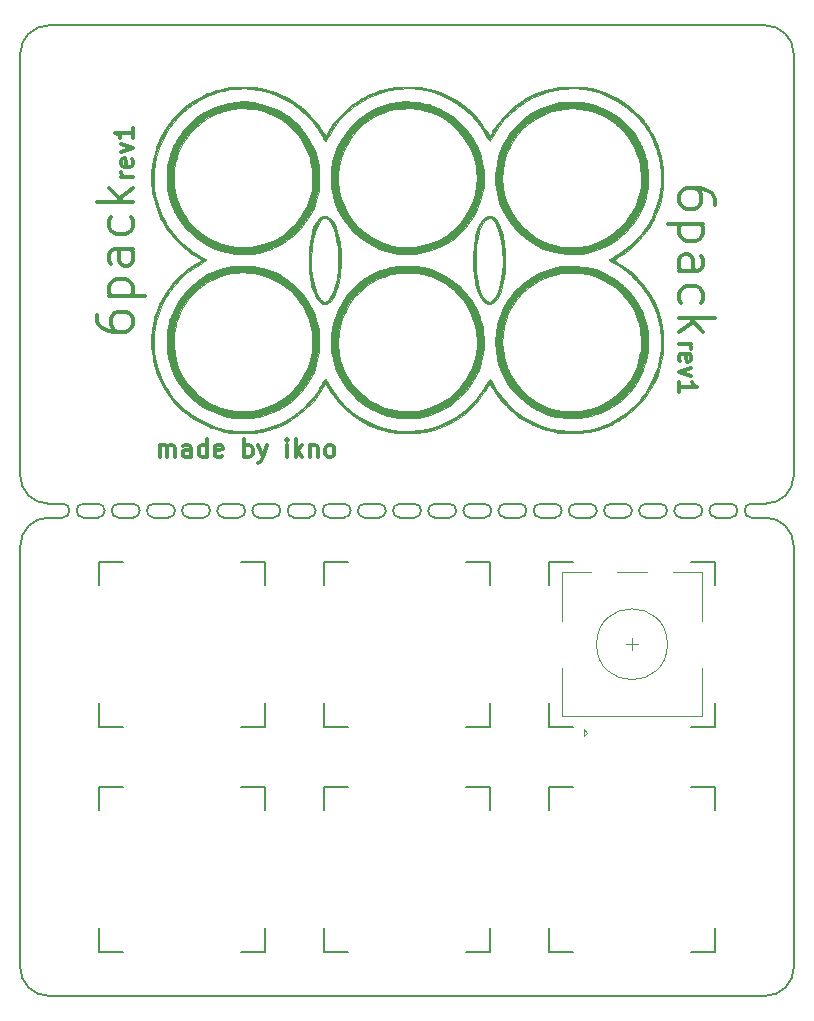
<source format=gbr>
%TF.GenerationSoftware,KiCad,Pcbnew,(5.0.1)-3*%
%TF.CreationDate,2018-12-08T15:20:53+01:00*%
%TF.ProjectId,SamplrPad,53616D706C725061642E6B696361645F,rev?*%
%TF.SameCoordinates,Original*%
%TF.FileFunction,Legend,Top*%
%TF.FilePolarity,Positive*%
%FSLAX46Y46*%
G04 Gerber Fmt 4.6, Leading zero omitted, Abs format (unit mm)*
G04 Created by KiCad (PCBNEW (5.0.1)-3) date 8/12/2018 15:20:53*
%MOMM*%
%LPD*%
G01*
G04 APERTURE LIST*
%ADD10C,0.300000*%
%ADD11C,0.150000*%
%ADD12C,0.120000*%
%ADD13C,0.010000*%
G04 APERTURE END LIST*
D10*
X88722399Y-28871709D02*
X87722399Y-28871709D01*
X88008113Y-28871709D02*
X87865256Y-28800280D01*
X87793828Y-28728852D01*
X87722399Y-28585995D01*
X87722399Y-28443137D01*
X88650970Y-27371709D02*
X88722399Y-27514566D01*
X88722399Y-27800280D01*
X88650970Y-27943137D01*
X88508113Y-28014566D01*
X87936685Y-28014566D01*
X87793828Y-27943137D01*
X87722399Y-27800280D01*
X87722399Y-27514566D01*
X87793828Y-27371709D01*
X87936685Y-27300280D01*
X88079542Y-27300280D01*
X88222399Y-28014566D01*
X87722399Y-26800280D02*
X88722399Y-26443137D01*
X87722399Y-26085995D01*
X88722399Y-24728852D02*
X88722399Y-25585995D01*
X88722399Y-25157423D02*
X87222399Y-25157423D01*
X87436685Y-25300280D01*
X87579542Y-25443137D01*
X87650970Y-25585995D01*
X134965256Y-43000280D02*
X135965256Y-43000280D01*
X135679542Y-43000280D02*
X135822399Y-43071709D01*
X135893828Y-43143137D01*
X135965256Y-43285995D01*
X135965256Y-43428852D01*
X135036685Y-44500280D02*
X134965256Y-44357423D01*
X134965256Y-44071709D01*
X135036685Y-43928852D01*
X135179542Y-43857423D01*
X135750970Y-43857423D01*
X135893828Y-43928852D01*
X135965256Y-44071709D01*
X135965256Y-44357423D01*
X135893828Y-44500280D01*
X135750970Y-44571709D01*
X135608113Y-44571709D01*
X135465256Y-43857423D01*
X135965256Y-45071709D02*
X134965256Y-45428852D01*
X135965256Y-45785995D01*
X134965256Y-47143137D02*
X134965256Y-46285995D01*
X134965256Y-46714566D02*
X136465256Y-46714566D01*
X136250970Y-46571709D01*
X136108113Y-46428852D01*
X136036685Y-46285995D01*
X90986685Y-52614566D02*
X90986685Y-51614566D01*
X90986685Y-51757423D02*
X91058113Y-51685995D01*
X91200970Y-51614566D01*
X91415256Y-51614566D01*
X91558113Y-51685995D01*
X91629542Y-51828852D01*
X91629542Y-52614566D01*
X91629542Y-51828852D02*
X91700970Y-51685995D01*
X91843828Y-51614566D01*
X92058113Y-51614566D01*
X92200970Y-51685995D01*
X92272399Y-51828852D01*
X92272399Y-52614566D01*
X93629542Y-52614566D02*
X93629542Y-51828852D01*
X93558113Y-51685995D01*
X93415256Y-51614566D01*
X93129542Y-51614566D01*
X92986685Y-51685995D01*
X93629542Y-52543137D02*
X93486685Y-52614566D01*
X93129542Y-52614566D01*
X92986685Y-52543137D01*
X92915256Y-52400280D01*
X92915256Y-52257423D01*
X92986685Y-52114566D01*
X93129542Y-52043137D01*
X93486685Y-52043137D01*
X93629542Y-51971709D01*
X94986685Y-52614566D02*
X94986685Y-51114566D01*
X94986685Y-52543137D02*
X94843828Y-52614566D01*
X94558113Y-52614566D01*
X94415256Y-52543137D01*
X94343828Y-52471709D01*
X94272399Y-52328852D01*
X94272399Y-51900280D01*
X94343828Y-51757423D01*
X94415256Y-51685995D01*
X94558113Y-51614566D01*
X94843828Y-51614566D01*
X94986685Y-51685995D01*
X96272399Y-52543137D02*
X96129542Y-52614566D01*
X95843828Y-52614566D01*
X95700970Y-52543137D01*
X95629542Y-52400280D01*
X95629542Y-51828852D01*
X95700970Y-51685995D01*
X95843828Y-51614566D01*
X96129542Y-51614566D01*
X96272399Y-51685995D01*
X96343828Y-51828852D01*
X96343828Y-51971709D01*
X95629542Y-52114566D01*
X98129542Y-52614566D02*
X98129542Y-51114566D01*
X98129542Y-51685995D02*
X98272399Y-51614566D01*
X98558113Y-51614566D01*
X98700970Y-51685995D01*
X98772399Y-51757423D01*
X98843828Y-51900280D01*
X98843828Y-52328852D01*
X98772399Y-52471709D01*
X98700970Y-52543137D01*
X98558113Y-52614566D01*
X98272399Y-52614566D01*
X98129542Y-52543137D01*
X99343828Y-51614566D02*
X99700970Y-52614566D01*
X100058113Y-51614566D02*
X99700970Y-52614566D01*
X99558113Y-52971709D01*
X99486685Y-53043137D01*
X99343828Y-53114566D01*
X101772399Y-52614566D02*
X101772399Y-51614566D01*
X101772399Y-51114566D02*
X101700970Y-51185995D01*
X101772399Y-51257423D01*
X101843828Y-51185995D01*
X101772399Y-51114566D01*
X101772399Y-51257423D01*
X102486685Y-52614566D02*
X102486685Y-51114566D01*
X102629542Y-52043137D02*
X103058113Y-52614566D01*
X103058113Y-51614566D02*
X102486685Y-52185995D01*
X103700970Y-51614566D02*
X103700970Y-52614566D01*
X103700970Y-51757423D02*
X103772399Y-51685995D01*
X103915256Y-51614566D01*
X104129542Y-51614566D01*
X104272399Y-51685995D01*
X104343828Y-51828852D01*
X104343828Y-52614566D01*
X105272399Y-52614566D02*
X105129542Y-52543137D01*
X105058113Y-52471709D01*
X104986685Y-52328852D01*
X104986685Y-51900280D01*
X105058113Y-51757423D01*
X105129542Y-51685995D01*
X105272399Y-51614566D01*
X105486685Y-51614566D01*
X105629542Y-51685995D01*
X105700970Y-51757423D01*
X105772399Y-51900280D01*
X105772399Y-52328852D01*
X105700970Y-52471709D01*
X105629542Y-52543137D01*
X105486685Y-52614566D01*
X105272399Y-52614566D01*
X137986685Y-31293137D02*
X137986685Y-30721709D01*
X137843828Y-30435995D01*
X137700970Y-30293137D01*
X137272399Y-30007423D01*
X136700970Y-29864566D01*
X135558113Y-29864566D01*
X135272399Y-30007423D01*
X135129542Y-30150280D01*
X134986685Y-30435995D01*
X134986685Y-31007423D01*
X135129542Y-31293137D01*
X135272399Y-31435995D01*
X135558113Y-31578852D01*
X136272399Y-31578852D01*
X136558113Y-31435995D01*
X136700970Y-31293137D01*
X136843828Y-31007423D01*
X136843828Y-30435995D01*
X136700970Y-30150280D01*
X136558113Y-30007423D01*
X136272399Y-29864566D01*
X136986685Y-32864566D02*
X133986685Y-32864566D01*
X136843828Y-32864566D02*
X136986685Y-33150280D01*
X136986685Y-33721709D01*
X136843828Y-34007423D01*
X136700970Y-34150280D01*
X136415256Y-34293137D01*
X135558113Y-34293137D01*
X135272399Y-34150280D01*
X135129542Y-34007423D01*
X134986685Y-33721709D01*
X134986685Y-33150280D01*
X135129542Y-32864566D01*
X134986685Y-36864566D02*
X136558113Y-36864566D01*
X136843828Y-36721709D01*
X136986685Y-36435995D01*
X136986685Y-35864566D01*
X136843828Y-35578852D01*
X135129542Y-36864566D02*
X134986685Y-36578852D01*
X134986685Y-35864566D01*
X135129542Y-35578852D01*
X135415256Y-35435995D01*
X135700970Y-35435995D01*
X135986685Y-35578852D01*
X136129542Y-35864566D01*
X136129542Y-36578852D01*
X136272399Y-36864566D01*
X135129542Y-39578852D02*
X134986685Y-39293137D01*
X134986685Y-38721709D01*
X135129542Y-38435995D01*
X135272399Y-38293137D01*
X135558113Y-38150280D01*
X136415256Y-38150280D01*
X136700970Y-38293137D01*
X136843828Y-38435995D01*
X136986685Y-38721709D01*
X136986685Y-39293137D01*
X136843828Y-39578852D01*
X134986685Y-40864566D02*
X137986685Y-40864566D01*
X136129542Y-41150280D02*
X134986685Y-42007423D01*
X136986685Y-42007423D02*
X135843828Y-40864566D01*
X85700970Y-40578852D02*
X85700970Y-41150280D01*
X85843828Y-41435995D01*
X85986685Y-41578852D01*
X86415256Y-41864566D01*
X86986685Y-42007423D01*
X88129542Y-42007423D01*
X88415256Y-41864566D01*
X88558113Y-41721709D01*
X88700970Y-41435995D01*
X88700970Y-40864566D01*
X88558113Y-40578852D01*
X88415256Y-40435995D01*
X88129542Y-40293137D01*
X87415256Y-40293137D01*
X87129542Y-40435995D01*
X86986685Y-40578852D01*
X86843828Y-40864566D01*
X86843828Y-41435995D01*
X86986685Y-41721709D01*
X87129542Y-41864566D01*
X87415256Y-42007423D01*
X86700970Y-39007423D02*
X89700970Y-39007423D01*
X86843828Y-39007423D02*
X86700970Y-38721709D01*
X86700970Y-38150280D01*
X86843828Y-37864566D01*
X86986685Y-37721709D01*
X87272399Y-37578852D01*
X88129542Y-37578852D01*
X88415256Y-37721709D01*
X88558113Y-37864566D01*
X88700970Y-38150280D01*
X88700970Y-38721709D01*
X88558113Y-39007423D01*
X88700970Y-35007423D02*
X87129542Y-35007423D01*
X86843828Y-35150280D01*
X86700970Y-35435995D01*
X86700970Y-36007423D01*
X86843828Y-36293137D01*
X88558113Y-35007423D02*
X88700970Y-35293137D01*
X88700970Y-36007423D01*
X88558113Y-36293137D01*
X88272399Y-36435995D01*
X87986685Y-36435995D01*
X87700970Y-36293137D01*
X87558113Y-36007423D01*
X87558113Y-35293137D01*
X87415256Y-35007423D01*
X88558113Y-32293137D02*
X88700970Y-32578852D01*
X88700970Y-33150280D01*
X88558113Y-33435995D01*
X88415256Y-33578852D01*
X88129542Y-33721709D01*
X87272399Y-33721709D01*
X86986685Y-33578852D01*
X86843828Y-33435995D01*
X86700970Y-33150280D01*
X86700970Y-32578852D01*
X86843828Y-32293137D01*
X88700970Y-31007423D02*
X85700970Y-31007423D01*
X87558113Y-30721709D02*
X88700970Y-29864566D01*
X86700970Y-29864566D02*
X87843828Y-31007423D01*
D11*
X141089189Y-57745369D02*
X142279815Y-57745369D01*
X141089189Y-56554743D02*
X142279815Y-56554743D01*
X81557889Y-57745369D02*
X82748515Y-57745369D01*
X81557889Y-56554743D02*
X82748515Y-56554743D01*
X138112624Y-56554743D02*
X139303250Y-56554743D01*
X135136059Y-56554743D02*
X136326685Y-56554743D01*
X141089189Y-57745369D02*
G75*
G02X141089189Y-56554743I0J595313D01*
G01*
X139303250Y-56554743D02*
G75*
G02X139303250Y-57745369I0J-595313D01*
G01*
X138112624Y-57745369D02*
X139303250Y-57745369D01*
X138112624Y-57745369D02*
G75*
G02X138112624Y-56554743I0J595313D01*
G01*
X136326685Y-56554743D02*
G75*
G02X136326685Y-57745369I0J-595313D01*
G01*
X132159494Y-56554743D02*
X133350120Y-56554743D01*
X135136059Y-57745369D02*
X136326685Y-57745369D01*
X135136059Y-57745369D02*
G75*
G02X135136059Y-56554743I0J595313D01*
G01*
X133350120Y-56554743D02*
G75*
G02X133350120Y-57745369I0J-595313D01*
G01*
X129182929Y-56554743D02*
X130373555Y-56554743D01*
X132159494Y-57745369D02*
X133350120Y-57745369D01*
X132159494Y-57745369D02*
G75*
G02X132159494Y-56554743I0J595313D01*
G01*
X130373555Y-56554743D02*
G75*
G02X130373555Y-57745369I0J-595313D01*
G01*
X126206364Y-56554743D02*
X127396990Y-56554743D01*
X129182929Y-57745369D02*
X130373555Y-57745369D01*
X129182929Y-57745369D02*
G75*
G02X129182929Y-56554743I0J595313D01*
G01*
X127396990Y-56554743D02*
G75*
G02X127396990Y-57745369I0J-595313D01*
G01*
X123229799Y-56554743D02*
X124420425Y-56554743D01*
X126206364Y-57745369D02*
X127396990Y-57745369D01*
X126206364Y-57745369D02*
G75*
G02X126206364Y-56554743I0J595313D01*
G01*
X124420425Y-56554743D02*
G75*
G02X124420425Y-57745369I0J-595313D01*
G01*
X120253234Y-56554743D02*
X121443860Y-56554743D01*
X123229799Y-57745369D02*
X124420425Y-57745369D01*
X123229799Y-57745369D02*
G75*
G02X123229799Y-56554743I0J595313D01*
G01*
X121443860Y-56554743D02*
G75*
G02X121443860Y-57745369I0J-595313D01*
G01*
X117276669Y-56554743D02*
X118467295Y-56554743D01*
X120253234Y-57745369D02*
X121443860Y-57745369D01*
X120253234Y-57745369D02*
G75*
G02X120253234Y-56554743I0J595313D01*
G01*
X118467295Y-56554743D02*
G75*
G02X118467295Y-57745369I0J-595313D01*
G01*
X114300104Y-56554743D02*
X115490730Y-56554743D01*
X117276669Y-57745369D02*
X118467295Y-57745369D01*
X117276669Y-57745369D02*
G75*
G02X117276669Y-56554743I0J595313D01*
G01*
X115490730Y-56554743D02*
G75*
G02X115490730Y-57745369I0J-595313D01*
G01*
X111323539Y-56554743D02*
X112514165Y-56554743D01*
X114300104Y-57745369D02*
X115490730Y-57745369D01*
X114300104Y-57745369D02*
G75*
G02X114300104Y-56554743I0J595313D01*
G01*
X112514165Y-56554743D02*
G75*
G02X112514165Y-57745369I0J-595313D01*
G01*
X108346974Y-56554743D02*
X109537600Y-56554743D01*
X111323539Y-57745369D02*
X112514165Y-57745369D01*
X111323539Y-57745369D02*
G75*
G02X111323539Y-56554743I0J595313D01*
G01*
X109537600Y-56554743D02*
G75*
G02X109537600Y-57745369I0J-595313D01*
G01*
X105370409Y-56554743D02*
X106561035Y-56554743D01*
X108346974Y-57745369D02*
X109537600Y-57745369D01*
X108346974Y-57745369D02*
G75*
G02X108346974Y-56554743I0J595313D01*
G01*
X106561035Y-56554743D02*
G75*
G02X106561035Y-57745369I0J-595313D01*
G01*
X102393844Y-56554743D02*
X103584470Y-56554743D01*
X105370409Y-57745369D02*
X106561035Y-57745369D01*
X105370409Y-57745369D02*
G75*
G02X105370409Y-56554743I0J595313D01*
G01*
X103584470Y-56554743D02*
G75*
G02X103584470Y-57745369I0J-595313D01*
G01*
X99417279Y-56554743D02*
X100607905Y-56554743D01*
X102393844Y-57745369D02*
X103584470Y-57745369D01*
X102393844Y-57745369D02*
G75*
G02X102393844Y-56554743I0J595313D01*
G01*
X100607905Y-56554743D02*
G75*
G02X100607905Y-57745369I0J-595313D01*
G01*
X96440714Y-56554743D02*
X97631340Y-56554743D01*
X99417279Y-57745369D02*
X100607905Y-57745369D01*
X99417279Y-57745369D02*
G75*
G02X99417279Y-56554743I0J595313D01*
G01*
X97631340Y-56554743D02*
G75*
G02X97631340Y-57745369I0J-595313D01*
G01*
X93464149Y-56554743D02*
X94654775Y-56554743D01*
X96440714Y-57745369D02*
X97631340Y-57745369D01*
X96440714Y-57745369D02*
G75*
G02X96440714Y-56554743I0J595313D01*
G01*
X94654775Y-56554743D02*
G75*
G02X94654775Y-57745369I0J-595313D01*
G01*
X90487584Y-56554743D02*
X91678210Y-56554743D01*
X93464149Y-57745369D02*
X94654775Y-57745369D01*
X93464149Y-57745369D02*
G75*
G02X93464149Y-56554743I0J595313D01*
G01*
X91678210Y-56554743D02*
G75*
G02X91678210Y-57745369I0J-595313D01*
G01*
X87511019Y-56554743D02*
X88701645Y-56554743D01*
X90487584Y-57745369D02*
X91678210Y-57745369D01*
X90487584Y-57745369D02*
G75*
G02X90487584Y-56554743I0J595313D01*
G01*
X88701645Y-56554743D02*
G75*
G02X88701645Y-57745369I0J-595313D01*
G01*
X84534454Y-56554743D02*
X85725080Y-56554743D01*
X87511019Y-57745369D02*
X88701645Y-57745369D01*
X87511019Y-57745369D02*
G75*
G02X87511019Y-56554743I0J595313D01*
G01*
X85725080Y-56554743D02*
G75*
G02X85725080Y-57745369I0J-595313D01*
G01*
X84534454Y-57745369D02*
X85725080Y-57745369D01*
X84534454Y-57745369D02*
G75*
G02X84534454Y-56554743I0J595313D01*
G01*
X82748515Y-56554743D02*
G75*
G02X82748515Y-57745369I0J-595313D01*
G01*
X142279815Y-16073459D02*
G75*
G02X144661067Y-18454711I0J-2381252D01*
G01*
X144661067Y-54173491D02*
G75*
G02X142279815Y-56554743I-2381252J0D01*
G01*
X81557889Y-56554743D02*
G75*
G02X79176637Y-54173491I0J2381252D01*
G01*
X79176637Y-18454711D02*
G75*
G02X81557889Y-16073459I2381252J0D01*
G01*
X144661067Y-18454711D02*
X144661067Y-54173491D01*
X142279815Y-98226653D02*
X81557889Y-98226653D01*
X79176637Y-54173491D02*
X79176637Y-18454711D01*
X79176637Y-60126621D02*
G75*
G02X81557889Y-57745369I2381252J0D01*
G01*
X142279815Y-57745369D02*
G75*
G02X144661067Y-60126621I0J-2381252D01*
G01*
X144661067Y-95845401D02*
G75*
G02X142279815Y-98226653I-2381252J0D01*
G01*
X81557889Y-98226653D02*
G75*
G02X79176637Y-95845401I0J2381252D01*
G01*
X144661067Y-60126621D02*
X144661067Y-95845401D01*
X81557889Y-16073459D02*
X142279815Y-16073459D01*
X79176637Y-95845401D02*
X79176637Y-60126621D01*
X123968868Y-73461003D02*
X123968868Y-75461003D01*
X125968868Y-61461003D02*
X123968868Y-61461003D01*
X123968868Y-61461003D02*
X123968868Y-63461003D01*
X135968868Y-61461003D02*
X137968868Y-61461003D01*
X137968868Y-75461003D02*
X137968868Y-73461003D01*
X137968868Y-61461003D02*
X137968868Y-63461003D01*
X135968868Y-75461003D02*
X137968868Y-75461003D01*
X123968868Y-75461003D02*
X125968868Y-75461003D01*
D12*
X130968868Y-68961003D02*
X130968868Y-67961003D01*
X130468868Y-68461003D02*
X131468868Y-68461003D01*
X134468868Y-62361003D02*
X136868868Y-62361003D01*
X129668868Y-62361003D02*
X132268868Y-62361003D01*
X125068868Y-62361003D02*
X127468868Y-62361003D01*
X126868868Y-75661003D02*
X127168868Y-75961003D01*
X126868868Y-76261003D02*
X126868868Y-75661003D01*
X127168868Y-75961003D02*
X126868868Y-76261003D01*
X125068868Y-74561003D02*
X136868868Y-74561003D01*
X125068868Y-70461003D02*
X125068868Y-74561003D01*
X136868868Y-70461003D02*
X136868868Y-74561003D01*
X136868868Y-62361003D02*
X136868868Y-66461003D01*
X125068868Y-66461003D02*
X125068868Y-62361003D01*
X133968868Y-68461003D02*
G75*
G03X133968868Y-68461003I-3000000J0D01*
G01*
D13*
G36*
X90266448Y-28488375D02*
X90326839Y-27979340D01*
X90421540Y-27449578D01*
X90545513Y-26924774D01*
X90693725Y-26430617D01*
X90793180Y-26156995D01*
X91109363Y-25456616D01*
X91494981Y-24792126D01*
X91953454Y-24158770D01*
X92488203Y-23551795D01*
X93063434Y-23001077D01*
X93257091Y-22846386D01*
X93510347Y-22669369D01*
X93804846Y-22480728D01*
X94122228Y-22291166D01*
X94444135Y-22111386D01*
X94752208Y-21952088D01*
X95028090Y-21823977D01*
X95198737Y-21756252D01*
X95322741Y-21711083D01*
X95425195Y-21672190D01*
X95431570Y-21669662D01*
X95576462Y-21616191D01*
X95748267Y-21561781D01*
X95960225Y-21502799D01*
X96225575Y-21435607D01*
X96557557Y-21356571D01*
X96649261Y-21335287D01*
X96757280Y-21320879D01*
X96935545Y-21309144D01*
X97169678Y-21300087D01*
X97445300Y-21293713D01*
X97748035Y-21290026D01*
X98063502Y-21289032D01*
X98377323Y-21290734D01*
X98675122Y-21295139D01*
X98942518Y-21302250D01*
X99165134Y-21312072D01*
X99328592Y-21324611D01*
X99397091Y-21334378D01*
X99914383Y-21450399D01*
X100377123Y-21580260D01*
X100815340Y-21733978D01*
X101259063Y-21921570D01*
X101506404Y-22037991D01*
X101727297Y-22153284D01*
X101979902Y-22298286D01*
X102244078Y-22460176D01*
X102499686Y-22626134D01*
X102726585Y-22783339D01*
X102904637Y-22918970D01*
X102947895Y-22955624D01*
X103057901Y-23051420D01*
X103201300Y-23175049D01*
X103345763Y-23298648D01*
X103568269Y-23509091D01*
X103817298Y-23781235D01*
X104081364Y-24101124D01*
X104348979Y-24454806D01*
X104608656Y-24828325D01*
X104623919Y-24851342D01*
X104749594Y-25038698D01*
X104859937Y-25198100D01*
X104946270Y-25317408D01*
X104999917Y-25384483D01*
X105012314Y-25394712D01*
X105044619Y-25360036D01*
X105104713Y-25268200D01*
X105181140Y-25137069D01*
X105203115Y-25097197D01*
X105451302Y-24694545D01*
X105762421Y-24274384D01*
X106121478Y-23852125D01*
X106513484Y-23443177D01*
X106923448Y-23062951D01*
X107336378Y-22726856D01*
X107737283Y-22450303D01*
X107835237Y-22391483D01*
X108126995Y-22224254D01*
X108371145Y-22090541D01*
X108591669Y-21978656D01*
X108812551Y-21876915D01*
X109057774Y-21773632D01*
X109306320Y-21674703D01*
X109443882Y-21626863D01*
X109633261Y-21568593D01*
X109843804Y-21508624D01*
X110044858Y-21455686D01*
X110205770Y-21418509D01*
X110205904Y-21418482D01*
X110381861Y-21382198D01*
X110565185Y-21343293D01*
X110616233Y-21332202D01*
X110711559Y-21320537D01*
X110878007Y-21310052D01*
X111102037Y-21301185D01*
X111370107Y-21294374D01*
X111668677Y-21290056D01*
X111962737Y-21288662D01*
X112277549Y-21290259D01*
X112574493Y-21294758D01*
X112840027Y-21301721D01*
X113060611Y-21310711D01*
X113222703Y-21321289D01*
X113309241Y-21332202D01*
X113479685Y-21369267D01*
X113665429Y-21409246D01*
X113719570Y-21420807D01*
X114201735Y-21546589D01*
X114724811Y-21726050D01*
X114862570Y-21779731D01*
X115570015Y-22106854D01*
X116244618Y-22508388D01*
X116878970Y-22977983D01*
X117465661Y-23509293D01*
X117997279Y-24095971D01*
X118466416Y-24731668D01*
X118650720Y-25024579D01*
X118746431Y-25179373D01*
X118828644Y-25302418D01*
X118886666Y-25378261D01*
X118907047Y-25394995D01*
X118942578Y-25361055D01*
X119009542Y-25269800D01*
X119096767Y-25137083D01*
X119153213Y-25045745D01*
X119485552Y-24544612D01*
X119867954Y-24051993D01*
X120285327Y-23584183D01*
X120722582Y-23157477D01*
X121164629Y-22788171D01*
X121403070Y-22616276D01*
X122034546Y-22227080D01*
X122687699Y-21898331D01*
X123348100Y-21636333D01*
X124001318Y-21447393D01*
X124154737Y-21413759D01*
X124318811Y-21378732D01*
X124475893Y-21343038D01*
X124540648Y-21327323D01*
X124634987Y-21314863D01*
X124799966Y-21304913D01*
X125021598Y-21297437D01*
X125285894Y-21292399D01*
X125578867Y-21289763D01*
X125886529Y-21289492D01*
X126194892Y-21291550D01*
X126489967Y-21295899D01*
X126757768Y-21302505D01*
X126984305Y-21311331D01*
X127155592Y-21322339D01*
X127252424Y-21334378D01*
X127515959Y-21393084D01*
X127804569Y-21466122D01*
X128094424Y-21546708D01*
X128361698Y-21628057D01*
X128582562Y-21703388D01*
X128673820Y-21739040D01*
X129123354Y-21933937D01*
X129509407Y-22117779D01*
X129850221Y-22301637D01*
X130164041Y-22496579D01*
X130469111Y-22713674D01*
X130783672Y-22963991D01*
X131008795Y-23155778D01*
X131166060Y-23299456D01*
X131345837Y-23474617D01*
X131532807Y-23665163D01*
X131711654Y-23854992D01*
X131867059Y-24028006D01*
X131983706Y-24168104D01*
X132024386Y-24223227D01*
X132081165Y-24300360D01*
X132113744Y-24336662D01*
X132185621Y-24417066D01*
X132284008Y-24559067D01*
X132401682Y-24748986D01*
X132531420Y-24973144D01*
X132666001Y-25217862D01*
X132798201Y-25469461D01*
X132920797Y-25714263D01*
X133026568Y-25938589D01*
X133108290Y-26128759D01*
X133158740Y-26271096D01*
X133171737Y-26340371D01*
X133196395Y-26421523D01*
X133205428Y-26434279D01*
X133245596Y-26513823D01*
X133295475Y-26660372D01*
X133350990Y-26857395D01*
X133408067Y-27088361D01*
X133462631Y-27336737D01*
X133510606Y-27585994D01*
X133547919Y-27819598D01*
X133549239Y-27829162D01*
X133569299Y-28034233D01*
X133582368Y-28293680D01*
X133588857Y-28592747D01*
X133589178Y-28916678D01*
X133583742Y-29250716D01*
X133572963Y-29580107D01*
X133557250Y-29890093D01*
X133537016Y-30165920D01*
X133512672Y-30392831D01*
X133484631Y-30556070D01*
X133471883Y-30601995D01*
X133442380Y-30703633D01*
X133405785Y-30848203D01*
X133384334Y-30940662D01*
X133258071Y-31399550D01*
X133077142Y-31880864D01*
X132955191Y-32155078D01*
X132893861Y-32289907D01*
X132850020Y-32392567D01*
X132833072Y-32441030D01*
X132833070Y-32441168D01*
X132812116Y-32486408D01*
X132755713Y-32587304D01*
X132673549Y-32727882D01*
X132575311Y-32892167D01*
X132470686Y-33064183D01*
X132369363Y-33227956D01*
X132281029Y-33367510D01*
X132215373Y-33466871D01*
X132189859Y-33501829D01*
X131851638Y-33908320D01*
X131547109Y-34254628D01*
X131264149Y-34551773D01*
X130990636Y-34810771D01*
X130714448Y-35042641D01*
X130423463Y-35258401D01*
X130105557Y-35469069D01*
X129859154Y-35620220D01*
X129694827Y-35722634D01*
X129561536Y-35813689D01*
X129473972Y-35882809D01*
X129446404Y-35917366D01*
X129480943Y-35958259D01*
X129574199Y-36028781D01*
X129710625Y-36117897D01*
X129826110Y-36186946D01*
X130242622Y-36453311D01*
X130674852Y-36776702D01*
X131100737Y-37138373D01*
X131498213Y-37519580D01*
X131845218Y-37901577D01*
X131847656Y-37904495D01*
X132057673Y-38174933D01*
X132276430Y-38489887D01*
X132493364Y-38831277D01*
X132697914Y-39181022D01*
X132879517Y-39521042D01*
X133027610Y-39833257D01*
X133131630Y-40099586D01*
X133133681Y-40105829D01*
X133176087Y-40221469D01*
X133214154Y-40302735D01*
X133222712Y-40315379D01*
X133250625Y-40387966D01*
X133256404Y-40444496D01*
X133271687Y-40535903D01*
X133291010Y-40573612D01*
X133318824Y-40634876D01*
X133353768Y-40750001D01*
X133377446Y-40846662D01*
X133414425Y-41009019D01*
X133450896Y-41163269D01*
X133466764Y-41227662D01*
X133507410Y-41441685D01*
X133540679Y-41722790D01*
X133566178Y-42053682D01*
X133583516Y-42417066D01*
X133592301Y-42795646D01*
X133592143Y-43172127D01*
X133582650Y-43529214D01*
X133563431Y-43849611D01*
X133534094Y-44116023D01*
X133532373Y-44127495D01*
X133372593Y-44903437D01*
X133134652Y-45646929D01*
X132818754Y-46357578D01*
X132425100Y-47034989D01*
X131953895Y-47678766D01*
X131405342Y-48288516D01*
X131374240Y-48319750D01*
X131164144Y-48522319D01*
X130939625Y-48726109D01*
X130713442Y-48920692D01*
X130498351Y-49095643D01*
X130307111Y-49240533D01*
X130152478Y-49344936D01*
X130060278Y-49393691D01*
X130001909Y-49425695D01*
X129902527Y-49487482D01*
X129848570Y-49522665D01*
X129737093Y-49588892D01*
X129571184Y-49678423D01*
X129373622Y-49779815D01*
X129167182Y-49881625D01*
X128974642Y-49972409D01*
X128818778Y-50040724D01*
X128811404Y-50043732D01*
X128695816Y-50090441D01*
X128620904Y-50120548D01*
X128469218Y-50175641D01*
X128270383Y-50240475D01*
X128059376Y-50304223D01*
X127871179Y-50356057D01*
X127816570Y-50369522D01*
X127657781Y-50407220D01*
X127505705Y-50443831D01*
X127456737Y-50455790D01*
X127238014Y-50496785D01*
X126953507Y-50531041D01*
X126621871Y-50558013D01*
X126261762Y-50577160D01*
X125891835Y-50587939D01*
X125644692Y-50589216D01*
X125644692Y-50424313D01*
X126434274Y-50408323D01*
X127222456Y-50309982D01*
X127660938Y-50218549D01*
X128391167Y-50000576D01*
X129099498Y-49702651D01*
X129781304Y-49327709D01*
X130431960Y-48878683D01*
X131046838Y-48358507D01*
X131621313Y-47770117D01*
X131744791Y-47628321D01*
X131920650Y-47400617D01*
X132113105Y-47115003D01*
X132311622Y-46790563D01*
X132505667Y-46446381D01*
X132684706Y-46101539D01*
X132838205Y-45775123D01*
X132955631Y-45486216D01*
X132999538Y-45355162D01*
X133041245Y-45225368D01*
X133079945Y-45117951D01*
X133086812Y-45101162D01*
X133128672Y-44977188D01*
X133178359Y-44790012D01*
X133231634Y-44560235D01*
X133284259Y-44308456D01*
X133331994Y-44055277D01*
X133370601Y-43821298D01*
X133395842Y-43627120D01*
X133400372Y-43577162D01*
X133408692Y-43386937D01*
X133410275Y-43139820D01*
X133405915Y-42855960D01*
X133396403Y-42555504D01*
X133382532Y-42258601D01*
X133365095Y-41985400D01*
X133344884Y-41756048D01*
X133322692Y-41590693D01*
X133322108Y-41587495D01*
X133251067Y-41241314D01*
X133168266Y-40902319D01*
X133080424Y-40595844D01*
X132994260Y-40347222D01*
X132990874Y-40338662D01*
X132945336Y-40222968D01*
X132916389Y-40148162D01*
X132809361Y-39890169D01*
X132670677Y-39588839D01*
X132513831Y-39272461D01*
X132364967Y-38992194D01*
X132257524Y-38818591D01*
X132105236Y-38601360D01*
X131921820Y-38358019D01*
X131720996Y-38106085D01*
X131516481Y-37863075D01*
X131321995Y-37646507D01*
X131260611Y-37582030D01*
X130887392Y-37220610D01*
X130501311Y-36896692D01*
X130083298Y-36596245D01*
X129614280Y-36305243D01*
X129245254Y-36099566D01*
X129117053Y-36024292D01*
X129027345Y-35959088D01*
X128994046Y-35917133D01*
X128994402Y-35915026D01*
X129035372Y-35877963D01*
X129134666Y-35812289D01*
X129275567Y-35728602D01*
X129381612Y-35669529D01*
X130067023Y-35251079D01*
X130700175Y-34771253D01*
X131277117Y-34235227D01*
X131793898Y-33648178D01*
X132246565Y-33015282D01*
X132631166Y-32341714D01*
X132943751Y-31632652D01*
X133180368Y-30893272D01*
X133250292Y-30601995D01*
X133283623Y-30449663D01*
X133323929Y-30266015D01*
X133347801Y-30157495D01*
X133372283Y-29987968D01*
X133389271Y-29735489D01*
X133398786Y-29399591D01*
X133400894Y-28993329D01*
X133396685Y-28602559D01*
X133385187Y-28276573D01*
X133364067Y-27995631D01*
X133330990Y-27739996D01*
X133283621Y-27489929D01*
X133219624Y-27225692D01*
X133170545Y-27045995D01*
X133124028Y-26878217D01*
X133084225Y-26729864D01*
X133058950Y-26630131D01*
X133057230Y-26622662D01*
X133028063Y-26525134D01*
X133004348Y-26474495D01*
X132975336Y-26410792D01*
X132935659Y-26298874D01*
X132917630Y-26241662D01*
X132858933Y-26084840D01*
X132764751Y-25875677D01*
X132645034Y-25633272D01*
X132509733Y-25376727D01*
X132368799Y-25125142D01*
X132232182Y-24897618D01*
X132156670Y-24780965D01*
X131975282Y-24527057D01*
X131759174Y-24249895D01*
X131528429Y-23973567D01*
X131303126Y-23722159D01*
X131112034Y-23527975D01*
X130566475Y-23056727D01*
X129977230Y-22634444D01*
X129356677Y-22267633D01*
X128717192Y-21962802D01*
X128071151Y-21726459D01*
X127430932Y-21565112D01*
X127350904Y-21550359D01*
X126959447Y-21484250D01*
X126632019Y-21436657D01*
X126350334Y-21406277D01*
X126096109Y-21391806D01*
X125851056Y-21391942D01*
X125596891Y-21405382D01*
X125467070Y-21416105D01*
X124946296Y-21470318D01*
X124490651Y-21535383D01*
X124080800Y-21616306D01*
X123697409Y-21718092D01*
X123321142Y-21845748D01*
X122932665Y-22004280D01*
X122592345Y-22160395D01*
X121920990Y-22526309D01*
X121286932Y-22963292D01*
X120698032Y-23463749D01*
X120162151Y-24020085D01*
X119687152Y-24624705D01*
X119280895Y-25270014D01*
X119180862Y-25456322D01*
X119072390Y-25651881D01*
X118984459Y-25769991D01*
X118908693Y-25812776D01*
X118836713Y-25782361D01*
X118760142Y-25680871D01*
X118703708Y-25577339D01*
X118314797Y-24902449D01*
X117858621Y-24271127D01*
X117341725Y-23688854D01*
X116770655Y-23161108D01*
X116151956Y-22693369D01*
X115492173Y-22291117D01*
X114797853Y-21959831D01*
X114079404Y-21706123D01*
X113500710Y-21562871D01*
X112894829Y-21461030D01*
X112297177Y-21405769D01*
X111962737Y-21397108D01*
X111185413Y-21440104D01*
X110412389Y-21563826D01*
X109656174Y-21765396D01*
X108929279Y-22041936D01*
X108703070Y-22146683D01*
X107990983Y-22537039D01*
X107333696Y-22990828D01*
X106733643Y-23505720D01*
X106193255Y-24079387D01*
X105714964Y-24709500D01*
X105301203Y-25393731D01*
X105290305Y-25414146D01*
X105180933Y-25613121D01*
X105098942Y-25744067D01*
X105036832Y-25816106D01*
X104987105Y-25838356D01*
X104951279Y-25826491D01*
X104913047Y-25777826D01*
X104848206Y-25672079D01*
X104767903Y-25527947D01*
X104726809Y-25449984D01*
X104339112Y-24791461D01*
X103884723Y-24179595D01*
X103370003Y-23618241D01*
X102801311Y-23111252D01*
X102185006Y-22662483D01*
X101527448Y-22275788D01*
X100834995Y-21955020D01*
X100114007Y-21704036D01*
X99370844Y-21526687D01*
X98611865Y-21426829D01*
X98052725Y-21405077D01*
X97745545Y-21408379D01*
X97477550Y-21419773D01*
X97226883Y-21442069D01*
X96971685Y-21478078D01*
X96690100Y-21530610D01*
X96360269Y-21602475D01*
X96165236Y-21647759D01*
X95844888Y-21736367D01*
X95489534Y-21856592D01*
X95127810Y-21997207D01*
X94788351Y-22146987D01*
X94499794Y-22294705D01*
X94466624Y-22313688D01*
X94351223Y-22378605D01*
X94267908Y-22421454D01*
X94241247Y-22431662D01*
X94199758Y-22454133D01*
X94102332Y-22515568D01*
X93962825Y-22607003D01*
X93795092Y-22719471D01*
X93766915Y-22738579D01*
X93345143Y-23056003D01*
X92916767Y-23435354D01*
X92499903Y-23857581D01*
X92112667Y-24303634D01*
X91773174Y-24754462D01*
X91603205Y-25013995D01*
X91221036Y-25715498D01*
X90915191Y-26452305D01*
X90687611Y-27219279D01*
X90587629Y-27702162D01*
X90497431Y-28389424D01*
X90472185Y-29056834D01*
X90512816Y-29722833D01*
X90620247Y-30405861D01*
X90750883Y-30961829D01*
X90822181Y-31218241D01*
X90879150Y-31397221D01*
X90920982Y-31496302D01*
X90930431Y-31510046D01*
X90963866Y-31587748D01*
X90965403Y-31605757D01*
X90983900Y-31676822D01*
X91034464Y-31806920D01*
X91109704Y-31980171D01*
X91202228Y-32180697D01*
X91304646Y-32392620D01*
X91409568Y-32600062D01*
X91509602Y-32787144D01*
X91542542Y-32845662D01*
X91798301Y-33243039D01*
X92116344Y-33657594D01*
X92481188Y-34073039D01*
X92877348Y-34473082D01*
X93289337Y-34841432D01*
X93701670Y-35161800D01*
X93826438Y-35248350D01*
X93978576Y-35345066D01*
X94174812Y-35461978D01*
X94383876Y-35580708D01*
X94493188Y-35640226D01*
X94658852Y-35733555D01*
X94792331Y-35817912D01*
X94878242Y-35882977D01*
X94902404Y-35914761D01*
X94867339Y-35957405D01*
X94772915Y-36027167D01*
X94635283Y-36112872D01*
X94532629Y-36170581D01*
X93859723Y-36577920D01*
X93234379Y-37044643D01*
X92664721Y-37563490D01*
X92158872Y-38127204D01*
X91802723Y-38609875D01*
X91683847Y-38789417D01*
X91576275Y-38956260D01*
X91492558Y-39090670D01*
X91447957Y-39167649D01*
X91186231Y-39692335D01*
X90975751Y-40177840D01*
X90809727Y-40646633D01*
X90681373Y-41121183D01*
X90583903Y-41623961D01*
X90510528Y-42177435D01*
X90495786Y-42319941D01*
X90469843Y-42923804D01*
X90505094Y-43559309D01*
X90599539Y-44201751D01*
X90676418Y-44550829D01*
X90775659Y-44930946D01*
X90875694Y-45265092D01*
X90984979Y-45574430D01*
X91111970Y-45880122D01*
X91265120Y-46203333D01*
X91452885Y-46565224D01*
X91560661Y-46764131D01*
X91655482Y-46918253D01*
X91792672Y-47116537D01*
X91957933Y-47340238D01*
X92136966Y-47570611D01*
X92315473Y-47788911D01*
X92479157Y-47976392D01*
X92514180Y-48014223D01*
X93054769Y-48533852D01*
X93649428Y-49002737D01*
X94286027Y-49413546D01*
X94952438Y-49758947D01*
X95636529Y-50031608D01*
X96066570Y-50161533D01*
X96343836Y-50233395D01*
X96575713Y-50288443D01*
X96781235Y-50328922D01*
X96979433Y-50357077D01*
X97189340Y-50375154D01*
X97429989Y-50385399D01*
X97720413Y-50390057D01*
X98013904Y-50391290D01*
X98376261Y-50390360D01*
X98672446Y-50384937D01*
X98920917Y-50372979D01*
X99140132Y-50352444D01*
X99348551Y-50321288D01*
X99564631Y-50277470D01*
X99806831Y-50218945D01*
X99981278Y-50173567D01*
X100511132Y-50009459D01*
X101049383Y-49793381D01*
X101612745Y-49518300D01*
X101866237Y-49380479D01*
X102235732Y-49149700D01*
X102627396Y-48861816D01*
X103021731Y-48533423D01*
X103399235Y-48181119D01*
X103740410Y-47821500D01*
X103856137Y-47686786D01*
X104105106Y-47364255D01*
X104355847Y-46997511D01*
X104584252Y-46622955D01*
X104695638Y-46419090D01*
X104807499Y-46214017D01*
X104894507Y-46080580D01*
X104962846Y-46011643D01*
X105018704Y-46000071D01*
X105045859Y-46015165D01*
X105087592Y-46069864D01*
X105157509Y-46182176D01*
X105245017Y-46334451D01*
X105318927Y-46470099D01*
X105717360Y-47130390D01*
X106179217Y-47739195D01*
X106698587Y-48293619D01*
X107269559Y-48790763D01*
X107886219Y-49227732D01*
X108542655Y-49601629D01*
X109232957Y-49909557D01*
X109951211Y-50148618D01*
X110691505Y-50315917D01*
X111447929Y-50408556D01*
X112214568Y-50423639D01*
X112985513Y-50358268D01*
X113190404Y-50326990D01*
X113961649Y-50155888D01*
X114704246Y-49907135D01*
X115413223Y-49584369D01*
X116083606Y-49191228D01*
X116710422Y-48731350D01*
X117288700Y-48208373D01*
X117813465Y-47625935D01*
X118279746Y-46987675D01*
X118672773Y-46316134D01*
X118767477Y-46146867D01*
X118845826Y-46048406D01*
X118917659Y-46022193D01*
X118992818Y-46069670D01*
X119081144Y-46192278D01*
X119192478Y-46391459D01*
X119192939Y-46392329D01*
X119575339Y-47032943D01*
X120022769Y-47639724D01*
X120525025Y-48201681D01*
X121071902Y-48707826D01*
X121653197Y-49147170D01*
X121896846Y-49304058D01*
X122598685Y-49684796D01*
X123330706Y-49988192D01*
X124086592Y-50213246D01*
X124860026Y-50358953D01*
X125644692Y-50424313D01*
X125644692Y-50589216D01*
X125530746Y-50589806D01*
X125197149Y-50582220D01*
X124909701Y-50564636D01*
X124687057Y-50536512D01*
X124686452Y-50536402D01*
X124211648Y-50441456D01*
X123792576Y-50337869D01*
X123400302Y-50216382D01*
X123005893Y-50067737D01*
X122580415Y-49882677D01*
X122440237Y-49817664D01*
X122003377Y-49597005D01*
X121606345Y-49360553D01*
X121230387Y-49094714D01*
X120856747Y-48785896D01*
X120466671Y-48420507D01*
X120344737Y-48298934D01*
X120002972Y-47939466D01*
X119712616Y-47599202D01*
X119453384Y-47252313D01*
X119204990Y-46872969D01*
X119136420Y-46760416D01*
X119046032Y-46616109D01*
X118969216Y-46504567D01*
X118917641Y-46442258D01*
X118905553Y-46434662D01*
X118870409Y-46468959D01*
X118805435Y-46560899D01*
X118721816Y-46694053D01*
X118675882Y-46772038D01*
X118388985Y-47218019D01*
X118042539Y-47671438D01*
X117650990Y-48117789D01*
X117228780Y-48542571D01*
X116790355Y-48931280D01*
X116350158Y-49269412D01*
X115922633Y-49542465D01*
X115909289Y-49549985D01*
X115471822Y-49780625D01*
X115030575Y-49985644D01*
X114605137Y-50156851D01*
X114215096Y-50286054D01*
X114037070Y-50332911D01*
X113898384Y-50365588D01*
X113737916Y-50403436D01*
X113698404Y-50412762D01*
X113498387Y-50457838D01*
X113316694Y-50492734D01*
X113136808Y-50518994D01*
X112942212Y-50538158D01*
X112716388Y-50551770D01*
X112442821Y-50561371D01*
X112104992Y-50568504D01*
X112014365Y-50569990D01*
X111666201Y-50574399D01*
X111389145Y-50575008D01*
X111169699Y-50571280D01*
X110994368Y-50562679D01*
X110849653Y-50548670D01*
X110722060Y-50528716D01*
X110659698Y-50516177D01*
X110406667Y-50461391D01*
X110217050Y-50418818D01*
X110071278Y-50383850D01*
X109949785Y-50351878D01*
X109888404Y-50334530D01*
X109736745Y-50291859D01*
X109592070Y-50252599D01*
X109455615Y-50209211D01*
X109266260Y-50139489D01*
X109047728Y-50053118D01*
X108823741Y-49959784D01*
X108618022Y-49869174D01*
X108454293Y-49790973D01*
X108427904Y-49777266D01*
X107761660Y-49386816D01*
X107143123Y-48948840D01*
X106583685Y-48472197D01*
X106094740Y-47965747D01*
X106087446Y-47957327D01*
X105974329Y-47820060D01*
X105841862Y-47649141D01*
X105699281Y-47457702D01*
X105555823Y-47258876D01*
X105420724Y-47065796D01*
X105303220Y-46891593D01*
X105212548Y-46749399D01*
X105157943Y-46652349D01*
X105146129Y-46618933D01*
X105121871Y-46562468D01*
X105067054Y-46481202D01*
X104988920Y-46379576D01*
X104807836Y-46692869D01*
X104396561Y-47328008D01*
X103921810Y-47925232D01*
X103392534Y-48476694D01*
X102817681Y-48974543D01*
X102206203Y-49410932D01*
X101567048Y-49778011D01*
X100998404Y-50033718D01*
X100621004Y-50171539D01*
X100227556Y-50297116D01*
X99851137Y-50400425D01*
X99601404Y-50456965D01*
X99429346Y-50492081D01*
X99257158Y-50528373D01*
X99188046Y-50543401D01*
X99077732Y-50557442D01*
X98898862Y-50568316D01*
X98667489Y-50576057D01*
X98399663Y-50580697D01*
X98111435Y-50582268D01*
X97818857Y-50580803D01*
X97537980Y-50576335D01*
X97284854Y-50568896D01*
X97075532Y-50558518D01*
X96926064Y-50545233D01*
X96884716Y-50538740D01*
X96703596Y-50502925D01*
X96512984Y-50465237D01*
X96447570Y-50452304D01*
X96225008Y-50402082D01*
X95968842Y-50334625D01*
X95708710Y-50258570D01*
X95474247Y-50182555D01*
X95304570Y-50119200D01*
X94705959Y-49853731D01*
X94175243Y-49580992D01*
X93695746Y-49289727D01*
X93250789Y-48968677D01*
X92823696Y-48606585D01*
X92397790Y-48192192D01*
X92302279Y-48092557D01*
X91830003Y-47537275D01*
X91408832Y-46925801D01*
X91051289Y-46277312D01*
X90901413Y-45947829D01*
X90847625Y-45820730D01*
X90802472Y-45714094D01*
X90793886Y-45693829D01*
X90750147Y-45579046D01*
X90694344Y-45417637D01*
X90637996Y-45244293D01*
X90592620Y-45093704D01*
X90583048Y-45058829D01*
X90517709Y-44809748D01*
X90470120Y-44620881D01*
X90435394Y-44470857D01*
X90408647Y-44338305D01*
X90384992Y-44201853D01*
X90379821Y-44169829D01*
X90308591Y-43676086D01*
X90264540Y-43240244D01*
X90247661Y-42840023D01*
X90257947Y-42453142D01*
X90295390Y-42057319D01*
X90359982Y-41630274D01*
X90378914Y-41523995D01*
X90423794Y-41299857D01*
X90478016Y-41062675D01*
X90536971Y-40829297D01*
X90596049Y-40616572D01*
X90650641Y-40441347D01*
X90696135Y-40320470D01*
X90720045Y-40277279D01*
X90752262Y-40199536D01*
X90753737Y-40181567D01*
X90771365Y-40107368D01*
X90825209Y-39969679D01*
X90916707Y-39765154D01*
X91047298Y-39490446D01*
X91077402Y-39428495D01*
X91432546Y-38777871D01*
X91839572Y-38182580D01*
X92310853Y-37625655D01*
X92622305Y-37309881D01*
X92853322Y-37091310D01*
X93053242Y-36912786D01*
X93243779Y-36757329D01*
X93446648Y-36607959D01*
X93683563Y-36447696D01*
X93919119Y-36295829D01*
X94107358Y-36173365D01*
X94268763Y-36063264D01*
X94390247Y-35974850D01*
X94458724Y-35917447D01*
X94468766Y-35904193D01*
X94449880Y-35847774D01*
X94407559Y-35819526D01*
X94168098Y-35702279D01*
X93887809Y-35530965D01*
X93580018Y-35316604D01*
X93258053Y-35070210D01*
X92935239Y-34802803D01*
X92624903Y-34525398D01*
X92340372Y-34249014D01*
X92094970Y-33984667D01*
X91910622Y-33755270D01*
X91838415Y-33656493D01*
X91737756Y-33519427D01*
X91631233Y-33374829D01*
X91513907Y-33206780D01*
X91396556Y-33024184D01*
X91316667Y-32887995D01*
X91232359Y-32734257D01*
X91150232Y-32585573D01*
X91106456Y-32506995D01*
X91037344Y-32370918D01*
X90966626Y-32212807D01*
X90948578Y-32168329D01*
X90889960Y-32022708D01*
X90833033Y-31886941D01*
X90817251Y-31850829D01*
X90735316Y-31641114D01*
X90642696Y-31358163D01*
X90542583Y-31012264D01*
X90459272Y-30697245D01*
X90410037Y-30468284D01*
X90361909Y-30181287D01*
X90318149Y-29862857D01*
X90282014Y-29539597D01*
X90256761Y-29238111D01*
X90245651Y-28985002D01*
X90245403Y-28950995D01*
X90266448Y-28488375D01*
X90266448Y-28488375D01*
G37*
X90266448Y-28488375D02*
X90326839Y-27979340D01*
X90421540Y-27449578D01*
X90545513Y-26924774D01*
X90693725Y-26430617D01*
X90793180Y-26156995D01*
X91109363Y-25456616D01*
X91494981Y-24792126D01*
X91953454Y-24158770D01*
X92488203Y-23551795D01*
X93063434Y-23001077D01*
X93257091Y-22846386D01*
X93510347Y-22669369D01*
X93804846Y-22480728D01*
X94122228Y-22291166D01*
X94444135Y-22111386D01*
X94752208Y-21952088D01*
X95028090Y-21823977D01*
X95198737Y-21756252D01*
X95322741Y-21711083D01*
X95425195Y-21672190D01*
X95431570Y-21669662D01*
X95576462Y-21616191D01*
X95748267Y-21561781D01*
X95960225Y-21502799D01*
X96225575Y-21435607D01*
X96557557Y-21356571D01*
X96649261Y-21335287D01*
X96757280Y-21320879D01*
X96935545Y-21309144D01*
X97169678Y-21300087D01*
X97445300Y-21293713D01*
X97748035Y-21290026D01*
X98063502Y-21289032D01*
X98377323Y-21290734D01*
X98675122Y-21295139D01*
X98942518Y-21302250D01*
X99165134Y-21312072D01*
X99328592Y-21324611D01*
X99397091Y-21334378D01*
X99914383Y-21450399D01*
X100377123Y-21580260D01*
X100815340Y-21733978D01*
X101259063Y-21921570D01*
X101506404Y-22037991D01*
X101727297Y-22153284D01*
X101979902Y-22298286D01*
X102244078Y-22460176D01*
X102499686Y-22626134D01*
X102726585Y-22783339D01*
X102904637Y-22918970D01*
X102947895Y-22955624D01*
X103057901Y-23051420D01*
X103201300Y-23175049D01*
X103345763Y-23298648D01*
X103568269Y-23509091D01*
X103817298Y-23781235D01*
X104081364Y-24101124D01*
X104348979Y-24454806D01*
X104608656Y-24828325D01*
X104623919Y-24851342D01*
X104749594Y-25038698D01*
X104859937Y-25198100D01*
X104946270Y-25317408D01*
X104999917Y-25384483D01*
X105012314Y-25394712D01*
X105044619Y-25360036D01*
X105104713Y-25268200D01*
X105181140Y-25137069D01*
X105203115Y-25097197D01*
X105451302Y-24694545D01*
X105762421Y-24274384D01*
X106121478Y-23852125D01*
X106513484Y-23443177D01*
X106923448Y-23062951D01*
X107336378Y-22726856D01*
X107737283Y-22450303D01*
X107835237Y-22391483D01*
X108126995Y-22224254D01*
X108371145Y-22090541D01*
X108591669Y-21978656D01*
X108812551Y-21876915D01*
X109057774Y-21773632D01*
X109306320Y-21674703D01*
X109443882Y-21626863D01*
X109633261Y-21568593D01*
X109843804Y-21508624D01*
X110044858Y-21455686D01*
X110205770Y-21418509D01*
X110205904Y-21418482D01*
X110381861Y-21382198D01*
X110565185Y-21343293D01*
X110616233Y-21332202D01*
X110711559Y-21320537D01*
X110878007Y-21310052D01*
X111102037Y-21301185D01*
X111370107Y-21294374D01*
X111668677Y-21290056D01*
X111962737Y-21288662D01*
X112277549Y-21290259D01*
X112574493Y-21294758D01*
X112840027Y-21301721D01*
X113060611Y-21310711D01*
X113222703Y-21321289D01*
X113309241Y-21332202D01*
X113479685Y-21369267D01*
X113665429Y-21409246D01*
X113719570Y-21420807D01*
X114201735Y-21546589D01*
X114724811Y-21726050D01*
X114862570Y-21779731D01*
X115570015Y-22106854D01*
X116244618Y-22508388D01*
X116878970Y-22977983D01*
X117465661Y-23509293D01*
X117997279Y-24095971D01*
X118466416Y-24731668D01*
X118650720Y-25024579D01*
X118746431Y-25179373D01*
X118828644Y-25302418D01*
X118886666Y-25378261D01*
X118907047Y-25394995D01*
X118942578Y-25361055D01*
X119009542Y-25269800D01*
X119096767Y-25137083D01*
X119153213Y-25045745D01*
X119485552Y-24544612D01*
X119867954Y-24051993D01*
X120285327Y-23584183D01*
X120722582Y-23157477D01*
X121164629Y-22788171D01*
X121403070Y-22616276D01*
X122034546Y-22227080D01*
X122687699Y-21898331D01*
X123348100Y-21636333D01*
X124001318Y-21447393D01*
X124154737Y-21413759D01*
X124318811Y-21378732D01*
X124475893Y-21343038D01*
X124540648Y-21327323D01*
X124634987Y-21314863D01*
X124799966Y-21304913D01*
X125021598Y-21297437D01*
X125285894Y-21292399D01*
X125578867Y-21289763D01*
X125886529Y-21289492D01*
X126194892Y-21291550D01*
X126489967Y-21295899D01*
X126757768Y-21302505D01*
X126984305Y-21311331D01*
X127155592Y-21322339D01*
X127252424Y-21334378D01*
X127515959Y-21393084D01*
X127804569Y-21466122D01*
X128094424Y-21546708D01*
X128361698Y-21628057D01*
X128582562Y-21703388D01*
X128673820Y-21739040D01*
X129123354Y-21933937D01*
X129509407Y-22117779D01*
X129850221Y-22301637D01*
X130164041Y-22496579D01*
X130469111Y-22713674D01*
X130783672Y-22963991D01*
X131008795Y-23155778D01*
X131166060Y-23299456D01*
X131345837Y-23474617D01*
X131532807Y-23665163D01*
X131711654Y-23854992D01*
X131867059Y-24028006D01*
X131983706Y-24168104D01*
X132024386Y-24223227D01*
X132081165Y-24300360D01*
X132113744Y-24336662D01*
X132185621Y-24417066D01*
X132284008Y-24559067D01*
X132401682Y-24748986D01*
X132531420Y-24973144D01*
X132666001Y-25217862D01*
X132798201Y-25469461D01*
X132920797Y-25714263D01*
X133026568Y-25938589D01*
X133108290Y-26128759D01*
X133158740Y-26271096D01*
X133171737Y-26340371D01*
X133196395Y-26421523D01*
X133205428Y-26434279D01*
X133245596Y-26513823D01*
X133295475Y-26660372D01*
X133350990Y-26857395D01*
X133408067Y-27088361D01*
X133462631Y-27336737D01*
X133510606Y-27585994D01*
X133547919Y-27819598D01*
X133549239Y-27829162D01*
X133569299Y-28034233D01*
X133582368Y-28293680D01*
X133588857Y-28592747D01*
X133589178Y-28916678D01*
X133583742Y-29250716D01*
X133572963Y-29580107D01*
X133557250Y-29890093D01*
X133537016Y-30165920D01*
X133512672Y-30392831D01*
X133484631Y-30556070D01*
X133471883Y-30601995D01*
X133442380Y-30703633D01*
X133405785Y-30848203D01*
X133384334Y-30940662D01*
X133258071Y-31399550D01*
X133077142Y-31880864D01*
X132955191Y-32155078D01*
X132893861Y-32289907D01*
X132850020Y-32392567D01*
X132833072Y-32441030D01*
X132833070Y-32441168D01*
X132812116Y-32486408D01*
X132755713Y-32587304D01*
X132673549Y-32727882D01*
X132575311Y-32892167D01*
X132470686Y-33064183D01*
X132369363Y-33227956D01*
X132281029Y-33367510D01*
X132215373Y-33466871D01*
X132189859Y-33501829D01*
X131851638Y-33908320D01*
X131547109Y-34254628D01*
X131264149Y-34551773D01*
X130990636Y-34810771D01*
X130714448Y-35042641D01*
X130423463Y-35258401D01*
X130105557Y-35469069D01*
X129859154Y-35620220D01*
X129694827Y-35722634D01*
X129561536Y-35813689D01*
X129473972Y-35882809D01*
X129446404Y-35917366D01*
X129480943Y-35958259D01*
X129574199Y-36028781D01*
X129710625Y-36117897D01*
X129826110Y-36186946D01*
X130242622Y-36453311D01*
X130674852Y-36776702D01*
X131100737Y-37138373D01*
X131498213Y-37519580D01*
X131845218Y-37901577D01*
X131847656Y-37904495D01*
X132057673Y-38174933D01*
X132276430Y-38489887D01*
X132493364Y-38831277D01*
X132697914Y-39181022D01*
X132879517Y-39521042D01*
X133027610Y-39833257D01*
X133131630Y-40099586D01*
X133133681Y-40105829D01*
X133176087Y-40221469D01*
X133214154Y-40302735D01*
X133222712Y-40315379D01*
X133250625Y-40387966D01*
X133256404Y-40444496D01*
X133271687Y-40535903D01*
X133291010Y-40573612D01*
X133318824Y-40634876D01*
X133353768Y-40750001D01*
X133377446Y-40846662D01*
X133414425Y-41009019D01*
X133450896Y-41163269D01*
X133466764Y-41227662D01*
X133507410Y-41441685D01*
X133540679Y-41722790D01*
X133566178Y-42053682D01*
X133583516Y-42417066D01*
X133592301Y-42795646D01*
X133592143Y-43172127D01*
X133582650Y-43529214D01*
X133563431Y-43849611D01*
X133534094Y-44116023D01*
X133532373Y-44127495D01*
X133372593Y-44903437D01*
X133134652Y-45646929D01*
X132818754Y-46357578D01*
X132425100Y-47034989D01*
X131953895Y-47678766D01*
X131405342Y-48288516D01*
X131374240Y-48319750D01*
X131164144Y-48522319D01*
X130939625Y-48726109D01*
X130713442Y-48920692D01*
X130498351Y-49095643D01*
X130307111Y-49240533D01*
X130152478Y-49344936D01*
X130060278Y-49393691D01*
X130001909Y-49425695D01*
X129902527Y-49487482D01*
X129848570Y-49522665D01*
X129737093Y-49588892D01*
X129571184Y-49678423D01*
X129373622Y-49779815D01*
X129167182Y-49881625D01*
X128974642Y-49972409D01*
X128818778Y-50040724D01*
X128811404Y-50043732D01*
X128695816Y-50090441D01*
X128620904Y-50120548D01*
X128469218Y-50175641D01*
X128270383Y-50240475D01*
X128059376Y-50304223D01*
X127871179Y-50356057D01*
X127816570Y-50369522D01*
X127657781Y-50407220D01*
X127505705Y-50443831D01*
X127456737Y-50455790D01*
X127238014Y-50496785D01*
X126953507Y-50531041D01*
X126621871Y-50558013D01*
X126261762Y-50577160D01*
X125891835Y-50587939D01*
X125644692Y-50589216D01*
X125644692Y-50424313D01*
X126434274Y-50408323D01*
X127222456Y-50309982D01*
X127660938Y-50218549D01*
X128391167Y-50000576D01*
X129099498Y-49702651D01*
X129781304Y-49327709D01*
X130431960Y-48878683D01*
X131046838Y-48358507D01*
X131621313Y-47770117D01*
X131744791Y-47628321D01*
X131920650Y-47400617D01*
X132113105Y-47115003D01*
X132311622Y-46790563D01*
X132505667Y-46446381D01*
X132684706Y-46101539D01*
X132838205Y-45775123D01*
X132955631Y-45486216D01*
X132999538Y-45355162D01*
X133041245Y-45225368D01*
X133079945Y-45117951D01*
X133086812Y-45101162D01*
X133128672Y-44977188D01*
X133178359Y-44790012D01*
X133231634Y-44560235D01*
X133284259Y-44308456D01*
X133331994Y-44055277D01*
X133370601Y-43821298D01*
X133395842Y-43627120D01*
X133400372Y-43577162D01*
X133408692Y-43386937D01*
X133410275Y-43139820D01*
X133405915Y-42855960D01*
X133396403Y-42555504D01*
X133382532Y-42258601D01*
X133365095Y-41985400D01*
X133344884Y-41756048D01*
X133322692Y-41590693D01*
X133322108Y-41587495D01*
X133251067Y-41241314D01*
X133168266Y-40902319D01*
X133080424Y-40595844D01*
X132994260Y-40347222D01*
X132990874Y-40338662D01*
X132945336Y-40222968D01*
X132916389Y-40148162D01*
X132809361Y-39890169D01*
X132670677Y-39588839D01*
X132513831Y-39272461D01*
X132364967Y-38992194D01*
X132257524Y-38818591D01*
X132105236Y-38601360D01*
X131921820Y-38358019D01*
X131720996Y-38106085D01*
X131516481Y-37863075D01*
X131321995Y-37646507D01*
X131260611Y-37582030D01*
X130887392Y-37220610D01*
X130501311Y-36896692D01*
X130083298Y-36596245D01*
X129614280Y-36305243D01*
X129245254Y-36099566D01*
X129117053Y-36024292D01*
X129027345Y-35959088D01*
X128994046Y-35917133D01*
X128994402Y-35915026D01*
X129035372Y-35877963D01*
X129134666Y-35812289D01*
X129275567Y-35728602D01*
X129381612Y-35669529D01*
X130067023Y-35251079D01*
X130700175Y-34771253D01*
X131277117Y-34235227D01*
X131793898Y-33648178D01*
X132246565Y-33015282D01*
X132631166Y-32341714D01*
X132943751Y-31632652D01*
X133180368Y-30893272D01*
X133250292Y-30601995D01*
X133283623Y-30449663D01*
X133323929Y-30266015D01*
X133347801Y-30157495D01*
X133372283Y-29987968D01*
X133389271Y-29735489D01*
X133398786Y-29399591D01*
X133400894Y-28993329D01*
X133396685Y-28602559D01*
X133385187Y-28276573D01*
X133364067Y-27995631D01*
X133330990Y-27739996D01*
X133283621Y-27489929D01*
X133219624Y-27225692D01*
X133170545Y-27045995D01*
X133124028Y-26878217D01*
X133084225Y-26729864D01*
X133058950Y-26630131D01*
X133057230Y-26622662D01*
X133028063Y-26525134D01*
X133004348Y-26474495D01*
X132975336Y-26410792D01*
X132935659Y-26298874D01*
X132917630Y-26241662D01*
X132858933Y-26084840D01*
X132764751Y-25875677D01*
X132645034Y-25633272D01*
X132509733Y-25376727D01*
X132368799Y-25125142D01*
X132232182Y-24897618D01*
X132156670Y-24780965D01*
X131975282Y-24527057D01*
X131759174Y-24249895D01*
X131528429Y-23973567D01*
X131303126Y-23722159D01*
X131112034Y-23527975D01*
X130566475Y-23056727D01*
X129977230Y-22634444D01*
X129356677Y-22267633D01*
X128717192Y-21962802D01*
X128071151Y-21726459D01*
X127430932Y-21565112D01*
X127350904Y-21550359D01*
X126959447Y-21484250D01*
X126632019Y-21436657D01*
X126350334Y-21406277D01*
X126096109Y-21391806D01*
X125851056Y-21391942D01*
X125596891Y-21405382D01*
X125467070Y-21416105D01*
X124946296Y-21470318D01*
X124490651Y-21535383D01*
X124080800Y-21616306D01*
X123697409Y-21718092D01*
X123321142Y-21845748D01*
X122932665Y-22004280D01*
X122592345Y-22160395D01*
X121920990Y-22526309D01*
X121286932Y-22963292D01*
X120698032Y-23463749D01*
X120162151Y-24020085D01*
X119687152Y-24624705D01*
X119280895Y-25270014D01*
X119180862Y-25456322D01*
X119072390Y-25651881D01*
X118984459Y-25769991D01*
X118908693Y-25812776D01*
X118836713Y-25782361D01*
X118760142Y-25680871D01*
X118703708Y-25577339D01*
X118314797Y-24902449D01*
X117858621Y-24271127D01*
X117341725Y-23688854D01*
X116770655Y-23161108D01*
X116151956Y-22693369D01*
X115492173Y-22291117D01*
X114797853Y-21959831D01*
X114079404Y-21706123D01*
X113500710Y-21562871D01*
X112894829Y-21461030D01*
X112297177Y-21405769D01*
X111962737Y-21397108D01*
X111185413Y-21440104D01*
X110412389Y-21563826D01*
X109656174Y-21765396D01*
X108929279Y-22041936D01*
X108703070Y-22146683D01*
X107990983Y-22537039D01*
X107333696Y-22990828D01*
X106733643Y-23505720D01*
X106193255Y-24079387D01*
X105714964Y-24709500D01*
X105301203Y-25393731D01*
X105290305Y-25414146D01*
X105180933Y-25613121D01*
X105098942Y-25744067D01*
X105036832Y-25816106D01*
X104987105Y-25838356D01*
X104951279Y-25826491D01*
X104913047Y-25777826D01*
X104848206Y-25672079D01*
X104767903Y-25527947D01*
X104726809Y-25449984D01*
X104339112Y-24791461D01*
X103884723Y-24179595D01*
X103370003Y-23618241D01*
X102801311Y-23111252D01*
X102185006Y-22662483D01*
X101527448Y-22275788D01*
X100834995Y-21955020D01*
X100114007Y-21704036D01*
X99370844Y-21526687D01*
X98611865Y-21426829D01*
X98052725Y-21405077D01*
X97745545Y-21408379D01*
X97477550Y-21419773D01*
X97226883Y-21442069D01*
X96971685Y-21478078D01*
X96690100Y-21530610D01*
X96360269Y-21602475D01*
X96165236Y-21647759D01*
X95844888Y-21736367D01*
X95489534Y-21856592D01*
X95127810Y-21997207D01*
X94788351Y-22146987D01*
X94499794Y-22294705D01*
X94466624Y-22313688D01*
X94351223Y-22378605D01*
X94267908Y-22421454D01*
X94241247Y-22431662D01*
X94199758Y-22454133D01*
X94102332Y-22515568D01*
X93962825Y-22607003D01*
X93795092Y-22719471D01*
X93766915Y-22738579D01*
X93345143Y-23056003D01*
X92916767Y-23435354D01*
X92499903Y-23857581D01*
X92112667Y-24303634D01*
X91773174Y-24754462D01*
X91603205Y-25013995D01*
X91221036Y-25715498D01*
X90915191Y-26452305D01*
X90687611Y-27219279D01*
X90587629Y-27702162D01*
X90497431Y-28389424D01*
X90472185Y-29056834D01*
X90512816Y-29722833D01*
X90620247Y-30405861D01*
X90750883Y-30961829D01*
X90822181Y-31218241D01*
X90879150Y-31397221D01*
X90920982Y-31496302D01*
X90930431Y-31510046D01*
X90963866Y-31587748D01*
X90965403Y-31605757D01*
X90983900Y-31676822D01*
X91034464Y-31806920D01*
X91109704Y-31980171D01*
X91202228Y-32180697D01*
X91304646Y-32392620D01*
X91409568Y-32600062D01*
X91509602Y-32787144D01*
X91542542Y-32845662D01*
X91798301Y-33243039D01*
X92116344Y-33657594D01*
X92481188Y-34073039D01*
X92877348Y-34473082D01*
X93289337Y-34841432D01*
X93701670Y-35161800D01*
X93826438Y-35248350D01*
X93978576Y-35345066D01*
X94174812Y-35461978D01*
X94383876Y-35580708D01*
X94493188Y-35640226D01*
X94658852Y-35733555D01*
X94792331Y-35817912D01*
X94878242Y-35882977D01*
X94902404Y-35914761D01*
X94867339Y-35957405D01*
X94772915Y-36027167D01*
X94635283Y-36112872D01*
X94532629Y-36170581D01*
X93859723Y-36577920D01*
X93234379Y-37044643D01*
X92664721Y-37563490D01*
X92158872Y-38127204D01*
X91802723Y-38609875D01*
X91683847Y-38789417D01*
X91576275Y-38956260D01*
X91492558Y-39090670D01*
X91447957Y-39167649D01*
X91186231Y-39692335D01*
X90975751Y-40177840D01*
X90809727Y-40646633D01*
X90681373Y-41121183D01*
X90583903Y-41623961D01*
X90510528Y-42177435D01*
X90495786Y-42319941D01*
X90469843Y-42923804D01*
X90505094Y-43559309D01*
X90599539Y-44201751D01*
X90676418Y-44550829D01*
X90775659Y-44930946D01*
X90875694Y-45265092D01*
X90984979Y-45574430D01*
X91111970Y-45880122D01*
X91265120Y-46203333D01*
X91452885Y-46565224D01*
X91560661Y-46764131D01*
X91655482Y-46918253D01*
X91792672Y-47116537D01*
X91957933Y-47340238D01*
X92136966Y-47570611D01*
X92315473Y-47788911D01*
X92479157Y-47976392D01*
X92514180Y-48014223D01*
X93054769Y-48533852D01*
X93649428Y-49002737D01*
X94286027Y-49413546D01*
X94952438Y-49758947D01*
X95636529Y-50031608D01*
X96066570Y-50161533D01*
X96343836Y-50233395D01*
X96575713Y-50288443D01*
X96781235Y-50328922D01*
X96979433Y-50357077D01*
X97189340Y-50375154D01*
X97429989Y-50385399D01*
X97720413Y-50390057D01*
X98013904Y-50391290D01*
X98376261Y-50390360D01*
X98672446Y-50384937D01*
X98920917Y-50372979D01*
X99140132Y-50352444D01*
X99348551Y-50321288D01*
X99564631Y-50277470D01*
X99806831Y-50218945D01*
X99981278Y-50173567D01*
X100511132Y-50009459D01*
X101049383Y-49793381D01*
X101612745Y-49518300D01*
X101866237Y-49380479D01*
X102235732Y-49149700D01*
X102627396Y-48861816D01*
X103021731Y-48533423D01*
X103399235Y-48181119D01*
X103740410Y-47821500D01*
X103856137Y-47686786D01*
X104105106Y-47364255D01*
X104355847Y-46997511D01*
X104584252Y-46622955D01*
X104695638Y-46419090D01*
X104807499Y-46214017D01*
X104894507Y-46080580D01*
X104962846Y-46011643D01*
X105018704Y-46000071D01*
X105045859Y-46015165D01*
X105087592Y-46069864D01*
X105157509Y-46182176D01*
X105245017Y-46334451D01*
X105318927Y-46470099D01*
X105717360Y-47130390D01*
X106179217Y-47739195D01*
X106698587Y-48293619D01*
X107269559Y-48790763D01*
X107886219Y-49227732D01*
X108542655Y-49601629D01*
X109232957Y-49909557D01*
X109951211Y-50148618D01*
X110691505Y-50315917D01*
X111447929Y-50408556D01*
X112214568Y-50423639D01*
X112985513Y-50358268D01*
X113190404Y-50326990D01*
X113961649Y-50155888D01*
X114704246Y-49907135D01*
X115413223Y-49584369D01*
X116083606Y-49191228D01*
X116710422Y-48731350D01*
X117288700Y-48208373D01*
X117813465Y-47625935D01*
X118279746Y-46987675D01*
X118672773Y-46316134D01*
X118767477Y-46146867D01*
X118845826Y-46048406D01*
X118917659Y-46022193D01*
X118992818Y-46069670D01*
X119081144Y-46192278D01*
X119192478Y-46391459D01*
X119192939Y-46392329D01*
X119575339Y-47032943D01*
X120022769Y-47639724D01*
X120525025Y-48201681D01*
X121071902Y-48707826D01*
X121653197Y-49147170D01*
X121896846Y-49304058D01*
X122598685Y-49684796D01*
X123330706Y-49988192D01*
X124086592Y-50213246D01*
X124860026Y-50358953D01*
X125644692Y-50424313D01*
X125644692Y-50589216D01*
X125530746Y-50589806D01*
X125197149Y-50582220D01*
X124909701Y-50564636D01*
X124687057Y-50536512D01*
X124686452Y-50536402D01*
X124211648Y-50441456D01*
X123792576Y-50337869D01*
X123400302Y-50216382D01*
X123005893Y-50067737D01*
X122580415Y-49882677D01*
X122440237Y-49817664D01*
X122003377Y-49597005D01*
X121606345Y-49360553D01*
X121230387Y-49094714D01*
X120856747Y-48785896D01*
X120466671Y-48420507D01*
X120344737Y-48298934D01*
X120002972Y-47939466D01*
X119712616Y-47599202D01*
X119453384Y-47252313D01*
X119204990Y-46872969D01*
X119136420Y-46760416D01*
X119046032Y-46616109D01*
X118969216Y-46504567D01*
X118917641Y-46442258D01*
X118905553Y-46434662D01*
X118870409Y-46468959D01*
X118805435Y-46560899D01*
X118721816Y-46694053D01*
X118675882Y-46772038D01*
X118388985Y-47218019D01*
X118042539Y-47671438D01*
X117650990Y-48117789D01*
X117228780Y-48542571D01*
X116790355Y-48931280D01*
X116350158Y-49269412D01*
X115922633Y-49542465D01*
X115909289Y-49549985D01*
X115471822Y-49780625D01*
X115030575Y-49985644D01*
X114605137Y-50156851D01*
X114215096Y-50286054D01*
X114037070Y-50332911D01*
X113898384Y-50365588D01*
X113737916Y-50403436D01*
X113698404Y-50412762D01*
X113498387Y-50457838D01*
X113316694Y-50492734D01*
X113136808Y-50518994D01*
X112942212Y-50538158D01*
X112716388Y-50551770D01*
X112442821Y-50561371D01*
X112104992Y-50568504D01*
X112014365Y-50569990D01*
X111666201Y-50574399D01*
X111389145Y-50575008D01*
X111169699Y-50571280D01*
X110994368Y-50562679D01*
X110849653Y-50548670D01*
X110722060Y-50528716D01*
X110659698Y-50516177D01*
X110406667Y-50461391D01*
X110217050Y-50418818D01*
X110071278Y-50383850D01*
X109949785Y-50351878D01*
X109888404Y-50334530D01*
X109736745Y-50291859D01*
X109592070Y-50252599D01*
X109455615Y-50209211D01*
X109266260Y-50139489D01*
X109047728Y-50053118D01*
X108823741Y-49959784D01*
X108618022Y-49869174D01*
X108454293Y-49790973D01*
X108427904Y-49777266D01*
X107761660Y-49386816D01*
X107143123Y-48948840D01*
X106583685Y-48472197D01*
X106094740Y-47965747D01*
X106087446Y-47957327D01*
X105974329Y-47820060D01*
X105841862Y-47649141D01*
X105699281Y-47457702D01*
X105555823Y-47258876D01*
X105420724Y-47065796D01*
X105303220Y-46891593D01*
X105212548Y-46749399D01*
X105157943Y-46652349D01*
X105146129Y-46618933D01*
X105121871Y-46562468D01*
X105067054Y-46481202D01*
X104988920Y-46379576D01*
X104807836Y-46692869D01*
X104396561Y-47328008D01*
X103921810Y-47925232D01*
X103392534Y-48476694D01*
X102817681Y-48974543D01*
X102206203Y-49410932D01*
X101567048Y-49778011D01*
X100998404Y-50033718D01*
X100621004Y-50171539D01*
X100227556Y-50297116D01*
X99851137Y-50400425D01*
X99601404Y-50456965D01*
X99429346Y-50492081D01*
X99257158Y-50528373D01*
X99188046Y-50543401D01*
X99077732Y-50557442D01*
X98898862Y-50568316D01*
X98667489Y-50576057D01*
X98399663Y-50580697D01*
X98111435Y-50582268D01*
X97818857Y-50580803D01*
X97537980Y-50576335D01*
X97284854Y-50568896D01*
X97075532Y-50558518D01*
X96926064Y-50545233D01*
X96884716Y-50538740D01*
X96703596Y-50502925D01*
X96512984Y-50465237D01*
X96447570Y-50452304D01*
X96225008Y-50402082D01*
X95968842Y-50334625D01*
X95708710Y-50258570D01*
X95474247Y-50182555D01*
X95304570Y-50119200D01*
X94705959Y-49853731D01*
X94175243Y-49580992D01*
X93695746Y-49289727D01*
X93250789Y-48968677D01*
X92823696Y-48606585D01*
X92397790Y-48192192D01*
X92302279Y-48092557D01*
X91830003Y-47537275D01*
X91408832Y-46925801D01*
X91051289Y-46277312D01*
X90901413Y-45947829D01*
X90847625Y-45820730D01*
X90802472Y-45714094D01*
X90793886Y-45693829D01*
X90750147Y-45579046D01*
X90694344Y-45417637D01*
X90637996Y-45244293D01*
X90592620Y-45093704D01*
X90583048Y-45058829D01*
X90517709Y-44809748D01*
X90470120Y-44620881D01*
X90435394Y-44470857D01*
X90408647Y-44338305D01*
X90384992Y-44201853D01*
X90379821Y-44169829D01*
X90308591Y-43676086D01*
X90264540Y-43240244D01*
X90247661Y-42840023D01*
X90257947Y-42453142D01*
X90295390Y-42057319D01*
X90359982Y-41630274D01*
X90378914Y-41523995D01*
X90423794Y-41299857D01*
X90478016Y-41062675D01*
X90536971Y-40829297D01*
X90596049Y-40616572D01*
X90650641Y-40441347D01*
X90696135Y-40320470D01*
X90720045Y-40277279D01*
X90752262Y-40199536D01*
X90753737Y-40181567D01*
X90771365Y-40107368D01*
X90825209Y-39969679D01*
X90916707Y-39765154D01*
X91047298Y-39490446D01*
X91077402Y-39428495D01*
X91432546Y-38777871D01*
X91839572Y-38182580D01*
X92310853Y-37625655D01*
X92622305Y-37309881D01*
X92853322Y-37091310D01*
X93053242Y-36912786D01*
X93243779Y-36757329D01*
X93446648Y-36607959D01*
X93683563Y-36447696D01*
X93919119Y-36295829D01*
X94107358Y-36173365D01*
X94268763Y-36063264D01*
X94390247Y-35974850D01*
X94458724Y-35917447D01*
X94468766Y-35904193D01*
X94449880Y-35847774D01*
X94407559Y-35819526D01*
X94168098Y-35702279D01*
X93887809Y-35530965D01*
X93580018Y-35316604D01*
X93258053Y-35070210D01*
X92935239Y-34802803D01*
X92624903Y-34525398D01*
X92340372Y-34249014D01*
X92094970Y-33984667D01*
X91910622Y-33755270D01*
X91838415Y-33656493D01*
X91737756Y-33519427D01*
X91631233Y-33374829D01*
X91513907Y-33206780D01*
X91396556Y-33024184D01*
X91316667Y-32887995D01*
X91232359Y-32734257D01*
X91150232Y-32585573D01*
X91106456Y-32506995D01*
X91037344Y-32370918D01*
X90966626Y-32212807D01*
X90948578Y-32168329D01*
X90889960Y-32022708D01*
X90833033Y-31886941D01*
X90817251Y-31850829D01*
X90735316Y-31641114D01*
X90642696Y-31358163D01*
X90542583Y-31012264D01*
X90459272Y-30697245D01*
X90410037Y-30468284D01*
X90361909Y-30181287D01*
X90318149Y-29862857D01*
X90282014Y-29539597D01*
X90256761Y-29238111D01*
X90245651Y-28985002D01*
X90245403Y-28950995D01*
X90266448Y-28488375D01*
G36*
X119427861Y-42122893D02*
X119554455Y-41406125D01*
X119763418Y-40701767D01*
X120054450Y-40014495D01*
X120072063Y-39978829D01*
X120370224Y-39439761D01*
X120707036Y-38951342D01*
X121100672Y-38488585D01*
X121319097Y-38264329D01*
X121874245Y-37774334D01*
X122473964Y-37356305D01*
X123118030Y-37010361D01*
X123806219Y-36736622D01*
X124538307Y-36535207D01*
X124573249Y-36527639D01*
X124719745Y-36497859D01*
X124852957Y-36475771D01*
X124988270Y-36460589D01*
X125141067Y-36451532D01*
X125326731Y-36447814D01*
X125560648Y-36448654D01*
X125858199Y-36453268D01*
X125985422Y-36455734D01*
X126369262Y-36465525D01*
X126685077Y-36479535D01*
X126949489Y-36500090D01*
X127179118Y-36529517D01*
X127390585Y-36570143D01*
X127600512Y-36624295D01*
X127825518Y-36694300D01*
X127922404Y-36726898D01*
X128228440Y-36843883D01*
X128561248Y-36992325D01*
X128901473Y-37161832D01*
X129229761Y-37342012D01*
X129526757Y-37522471D01*
X129773106Y-37692816D01*
X129878912Y-37777495D01*
X129957679Y-37845151D01*
X130077586Y-37948154D01*
X130215551Y-38066674D01*
X130246150Y-38092962D01*
X130482790Y-38317113D01*
X130737162Y-38593517D01*
X130989764Y-38898387D01*
X131221097Y-39207936D01*
X131411659Y-39498375D01*
X131445119Y-39555495D01*
X131508274Y-39672847D01*
X131594432Y-39841686D01*
X131691123Y-40036621D01*
X131785875Y-40232262D01*
X131866219Y-40403218D01*
X131912950Y-40507995D01*
X131998873Y-40728978D01*
X132074971Y-40968517D01*
X132146196Y-41245011D01*
X132217496Y-41576859D01*
X132260317Y-41799162D01*
X132281980Y-41963009D01*
X132298993Y-42185902D01*
X132311211Y-42449751D01*
X132318487Y-42736464D01*
X132320675Y-43027947D01*
X132317627Y-43306110D01*
X132309197Y-43552861D01*
X132295240Y-43750106D01*
X132277114Y-43873495D01*
X132245222Y-44017184D01*
X132208452Y-44191097D01*
X132191205Y-44275662D01*
X132149891Y-44447656D01*
X132087183Y-44669455D01*
X132012262Y-44911912D01*
X131934311Y-45145882D01*
X131862512Y-45342216D01*
X131831134Y-45418662D01*
X131498800Y-46076587D01*
X131097950Y-46687563D01*
X130633153Y-47247385D01*
X130108979Y-47751847D01*
X129529996Y-48196746D01*
X128900774Y-48577874D01*
X128225882Y-48891028D01*
X127943570Y-48996521D01*
X127496741Y-49124882D01*
X126996894Y-49220945D01*
X126465600Y-49283549D01*
X125940299Y-49310715D01*
X125940299Y-48747272D01*
X126632525Y-48698657D01*
X127319433Y-48565572D01*
X127747337Y-48438968D01*
X128377132Y-48183305D01*
X128976039Y-47851092D01*
X129538232Y-47446653D01*
X130057883Y-46974312D01*
X130529164Y-46438391D01*
X130640587Y-46292500D01*
X130751213Y-46140420D01*
X130842908Y-46008837D01*
X130903462Y-45915575D01*
X130920197Y-45884329D01*
X130954532Y-45812381D01*
X131015488Y-45699564D01*
X131054994Y-45630329D01*
X131209994Y-45324589D01*
X131358295Y-44958502D01*
X131491940Y-44556380D01*
X131602969Y-44142533D01*
X131683424Y-43741273D01*
X131692464Y-43682995D01*
X131706817Y-43524588D01*
X131714212Y-43304855D01*
X131715247Y-43042782D01*
X131710519Y-42757353D01*
X131700624Y-42467554D01*
X131686159Y-42192370D01*
X131667721Y-41950786D01*
X131645907Y-41761787D01*
X131629247Y-41672162D01*
X131551084Y-41362709D01*
X131480423Y-41111444D01*
X131408795Y-40893408D01*
X131327730Y-40683643D01*
X131228757Y-40457190D01*
X131183879Y-40359829D01*
X130861590Y-39765946D01*
X130469454Y-39212001D01*
X130015223Y-38704952D01*
X129506650Y-38251761D01*
X128951488Y-37859388D01*
X128357492Y-37534793D01*
X127774237Y-37298905D01*
X127487983Y-37205884D01*
X127238376Y-37135730D01*
X127004534Y-37085348D01*
X126765576Y-37051641D01*
X126500619Y-37031514D01*
X126188783Y-37021871D01*
X125890404Y-37019624D01*
X125555026Y-37021050D01*
X125288599Y-37026898D01*
X125075476Y-37038126D01*
X124900012Y-37055694D01*
X124746561Y-37080562D01*
X124683904Y-37093637D01*
X123998463Y-37287394D01*
X123350282Y-37554316D01*
X122744133Y-37890125D01*
X122184793Y-38290544D01*
X121677036Y-38751294D01*
X121225639Y-39268099D01*
X120835377Y-39836680D01*
X120511024Y-40452759D01*
X120281782Y-41037162D01*
X120215809Y-41242495D01*
X120165148Y-41422770D01*
X120125383Y-41600335D01*
X120092095Y-41797535D01*
X120060867Y-42036716D01*
X120030885Y-42306206D01*
X119998244Y-42872095D01*
X120018369Y-43432289D01*
X120090100Y-43956325D01*
X120094676Y-43979329D01*
X120139100Y-44168305D01*
X120202583Y-44399031D01*
X120277029Y-44645531D01*
X120354345Y-44881827D01*
X120426439Y-45081942D01*
X120473723Y-45195951D01*
X120522752Y-45306511D01*
X120552393Y-45381346D01*
X120556404Y-45396539D01*
X120576767Y-45439122D01*
X120632145Y-45539148D01*
X120713970Y-45681470D01*
X120809077Y-45843205D01*
X121206234Y-46431954D01*
X121662071Y-46962312D01*
X122171834Y-47430781D01*
X122730767Y-47833861D01*
X123334116Y-48168054D01*
X123977125Y-48429859D01*
X124542987Y-48590942D01*
X125243529Y-48711379D01*
X125940299Y-48747272D01*
X125940299Y-49310715D01*
X125924426Y-49311536D01*
X125394944Y-49303748D01*
X124898722Y-49259024D01*
X124482820Y-49182499D01*
X124164249Y-49101964D01*
X123897968Y-49025436D01*
X123656557Y-48943051D01*
X123412593Y-48844947D01*
X123138654Y-48721261D01*
X122948237Y-48630541D01*
X122360664Y-48302070D01*
X121801189Y-47899951D01*
X121280285Y-47433352D01*
X120808426Y-46911438D01*
X120480876Y-46471421D01*
X120341302Y-46247978D01*
X120188108Y-45972962D01*
X120035157Y-45673935D01*
X119896316Y-45378462D01*
X119785447Y-45114105D01*
X119751110Y-45020579D01*
X119545258Y-44300915D01*
X119422965Y-43574963D01*
X119383931Y-42847397D01*
X119427861Y-42122893D01*
X119427861Y-42122893D01*
G37*
X119427861Y-42122893D02*
X119554455Y-41406125D01*
X119763418Y-40701767D01*
X120054450Y-40014495D01*
X120072063Y-39978829D01*
X120370224Y-39439761D01*
X120707036Y-38951342D01*
X121100672Y-38488585D01*
X121319097Y-38264329D01*
X121874245Y-37774334D01*
X122473964Y-37356305D01*
X123118030Y-37010361D01*
X123806219Y-36736622D01*
X124538307Y-36535207D01*
X124573249Y-36527639D01*
X124719745Y-36497859D01*
X124852957Y-36475771D01*
X124988270Y-36460589D01*
X125141067Y-36451532D01*
X125326731Y-36447814D01*
X125560648Y-36448654D01*
X125858199Y-36453268D01*
X125985422Y-36455734D01*
X126369262Y-36465525D01*
X126685077Y-36479535D01*
X126949489Y-36500090D01*
X127179118Y-36529517D01*
X127390585Y-36570143D01*
X127600512Y-36624295D01*
X127825518Y-36694300D01*
X127922404Y-36726898D01*
X128228440Y-36843883D01*
X128561248Y-36992325D01*
X128901473Y-37161832D01*
X129229761Y-37342012D01*
X129526757Y-37522471D01*
X129773106Y-37692816D01*
X129878912Y-37777495D01*
X129957679Y-37845151D01*
X130077586Y-37948154D01*
X130215551Y-38066674D01*
X130246150Y-38092962D01*
X130482790Y-38317113D01*
X130737162Y-38593517D01*
X130989764Y-38898387D01*
X131221097Y-39207936D01*
X131411659Y-39498375D01*
X131445119Y-39555495D01*
X131508274Y-39672847D01*
X131594432Y-39841686D01*
X131691123Y-40036621D01*
X131785875Y-40232262D01*
X131866219Y-40403218D01*
X131912950Y-40507995D01*
X131998873Y-40728978D01*
X132074971Y-40968517D01*
X132146196Y-41245011D01*
X132217496Y-41576859D01*
X132260317Y-41799162D01*
X132281980Y-41963009D01*
X132298993Y-42185902D01*
X132311211Y-42449751D01*
X132318487Y-42736464D01*
X132320675Y-43027947D01*
X132317627Y-43306110D01*
X132309197Y-43552861D01*
X132295240Y-43750106D01*
X132277114Y-43873495D01*
X132245222Y-44017184D01*
X132208452Y-44191097D01*
X132191205Y-44275662D01*
X132149891Y-44447656D01*
X132087183Y-44669455D01*
X132012262Y-44911912D01*
X131934311Y-45145882D01*
X131862512Y-45342216D01*
X131831134Y-45418662D01*
X131498800Y-46076587D01*
X131097950Y-46687563D01*
X130633153Y-47247385D01*
X130108979Y-47751847D01*
X129529996Y-48196746D01*
X128900774Y-48577874D01*
X128225882Y-48891028D01*
X127943570Y-48996521D01*
X127496741Y-49124882D01*
X126996894Y-49220945D01*
X126465600Y-49283549D01*
X125940299Y-49310715D01*
X125940299Y-48747272D01*
X126632525Y-48698657D01*
X127319433Y-48565572D01*
X127747337Y-48438968D01*
X128377132Y-48183305D01*
X128976039Y-47851092D01*
X129538232Y-47446653D01*
X130057883Y-46974312D01*
X130529164Y-46438391D01*
X130640587Y-46292500D01*
X130751213Y-46140420D01*
X130842908Y-46008837D01*
X130903462Y-45915575D01*
X130920197Y-45884329D01*
X130954532Y-45812381D01*
X131015488Y-45699564D01*
X131054994Y-45630329D01*
X131209994Y-45324589D01*
X131358295Y-44958502D01*
X131491940Y-44556380D01*
X131602969Y-44142533D01*
X131683424Y-43741273D01*
X131692464Y-43682995D01*
X131706817Y-43524588D01*
X131714212Y-43304855D01*
X131715247Y-43042782D01*
X131710519Y-42757353D01*
X131700624Y-42467554D01*
X131686159Y-42192370D01*
X131667721Y-41950786D01*
X131645907Y-41761787D01*
X131629247Y-41672162D01*
X131551084Y-41362709D01*
X131480423Y-41111444D01*
X131408795Y-40893408D01*
X131327730Y-40683643D01*
X131228757Y-40457190D01*
X131183879Y-40359829D01*
X130861590Y-39765946D01*
X130469454Y-39212001D01*
X130015223Y-38704952D01*
X129506650Y-38251761D01*
X128951488Y-37859388D01*
X128357492Y-37534793D01*
X127774237Y-37298905D01*
X127487983Y-37205884D01*
X127238376Y-37135730D01*
X127004534Y-37085348D01*
X126765576Y-37051641D01*
X126500619Y-37031514D01*
X126188783Y-37021871D01*
X125890404Y-37019624D01*
X125555026Y-37021050D01*
X125288599Y-37026898D01*
X125075476Y-37038126D01*
X124900012Y-37055694D01*
X124746561Y-37080562D01*
X124683904Y-37093637D01*
X123998463Y-37287394D01*
X123350282Y-37554316D01*
X122744133Y-37890125D01*
X122184793Y-38290544D01*
X121677036Y-38751294D01*
X121225639Y-39268099D01*
X120835377Y-39836680D01*
X120511024Y-40452759D01*
X120281782Y-41037162D01*
X120215809Y-41242495D01*
X120165148Y-41422770D01*
X120125383Y-41600335D01*
X120092095Y-41797535D01*
X120060867Y-42036716D01*
X120030885Y-42306206D01*
X119998244Y-42872095D01*
X120018369Y-43432289D01*
X120090100Y-43956325D01*
X120094676Y-43979329D01*
X120139100Y-44168305D01*
X120202583Y-44399031D01*
X120277029Y-44645531D01*
X120354345Y-44881827D01*
X120426439Y-45081942D01*
X120473723Y-45195951D01*
X120522752Y-45306511D01*
X120552393Y-45381346D01*
X120556404Y-45396539D01*
X120576767Y-45439122D01*
X120632145Y-45539148D01*
X120713970Y-45681470D01*
X120809077Y-45843205D01*
X121206234Y-46431954D01*
X121662071Y-46962312D01*
X122171834Y-47430781D01*
X122730767Y-47833861D01*
X123334116Y-48168054D01*
X123977125Y-48429859D01*
X124542987Y-48590942D01*
X125243529Y-48711379D01*
X125940299Y-48747272D01*
X125940299Y-49310715D01*
X125924426Y-49311536D01*
X125394944Y-49303748D01*
X124898722Y-49259024D01*
X124482820Y-49182499D01*
X124164249Y-49101964D01*
X123897968Y-49025436D01*
X123656557Y-48943051D01*
X123412593Y-48844947D01*
X123138654Y-48721261D01*
X122948237Y-48630541D01*
X122360664Y-48302070D01*
X121801189Y-47899951D01*
X121280285Y-47433352D01*
X120808426Y-46911438D01*
X120480876Y-46471421D01*
X120341302Y-46247978D01*
X120188108Y-45972962D01*
X120035157Y-45673935D01*
X119896316Y-45378462D01*
X119785447Y-45114105D01*
X119751110Y-45020579D01*
X119545258Y-44300915D01*
X119422965Y-43574963D01*
X119383931Y-42847397D01*
X119427861Y-42122893D01*
G36*
X119407706Y-28437934D02*
X119413213Y-28379495D01*
X119498052Y-27769458D01*
X119627163Y-27207831D01*
X119808573Y-26666507D01*
X120050308Y-26117379D01*
X120071714Y-26073844D01*
X120347776Y-25575636D01*
X120670043Y-25109012D01*
X121052781Y-24654481D01*
X121297237Y-24399572D01*
X121848361Y-23905934D01*
X122443623Y-23483312D01*
X123079052Y-23133939D01*
X123750678Y-22860048D01*
X124334654Y-22691194D01*
X124509603Y-22648531D01*
X124694343Y-22602026D01*
X124736820Y-22591068D01*
X124863484Y-22570787D01*
X125057634Y-22555275D01*
X125302228Y-22544510D01*
X125580220Y-22538471D01*
X125874568Y-22537138D01*
X126168227Y-22540488D01*
X126444154Y-22548501D01*
X126685304Y-22561155D01*
X126874633Y-22578429D01*
X126969904Y-22593851D01*
X127221817Y-22650388D01*
X127414725Y-22695838D01*
X127572475Y-22736561D01*
X127718910Y-22778918D01*
X127877875Y-22829270D01*
X127985904Y-22864873D01*
X128422220Y-23031556D01*
X128868032Y-23241364D01*
X129299378Y-23481076D01*
X129692297Y-23737468D01*
X129996737Y-23974545D01*
X130107248Y-24075051D01*
X130255103Y-24216446D01*
X130422985Y-24381401D01*
X130593574Y-24552588D01*
X130749552Y-24712680D01*
X130873600Y-24844350D01*
X130932955Y-24911268D01*
X131004334Y-25002617D01*
X131097553Y-25130681D01*
X131200814Y-25278084D01*
X131302318Y-25427448D01*
X131390269Y-25561399D01*
X131452867Y-25662559D01*
X131478316Y-25713553D01*
X131478404Y-25714632D01*
X131500141Y-25765048D01*
X131552748Y-25849825D01*
X131555694Y-25854127D01*
X131608109Y-25945439D01*
X131678948Y-26088571D01*
X131755141Y-26256750D01*
X131775857Y-26305162D01*
X131844413Y-26463286D01*
X131903783Y-26592323D01*
X131944280Y-26671510D01*
X131952566Y-26684045D01*
X131979943Y-26755864D01*
X131986404Y-26819130D01*
X132001308Y-26903962D01*
X132023856Y-26937146D01*
X132058988Y-26992048D01*
X132084751Y-27077227D01*
X132109959Y-27192583D01*
X132144458Y-27338730D01*
X132155784Y-27384662D01*
X132201859Y-27578440D01*
X132236816Y-27753571D01*
X132262378Y-27927734D01*
X132280271Y-28118609D01*
X132292218Y-28343872D01*
X132299946Y-28621205D01*
X132304453Y-28908662D01*
X132306535Y-29294302D01*
X132301868Y-29603589D01*
X132290142Y-29844591D01*
X132271047Y-30025377D01*
X132258996Y-30093995D01*
X132186593Y-30429053D01*
X132121025Y-30701837D01*
X132064274Y-30904486D01*
X132029330Y-31004162D01*
X131996160Y-31087862D01*
X131945156Y-31219426D01*
X131897876Y-31342829D01*
X131803573Y-31566209D01*
X131675398Y-31835226D01*
X131525808Y-32124651D01*
X131396289Y-32358829D01*
X131221877Y-32628760D01*
X130994205Y-32928254D01*
X130729799Y-33238933D01*
X130445189Y-33542422D01*
X130156899Y-33820345D01*
X129881460Y-34054324D01*
X129848570Y-34079708D01*
X129236613Y-34493737D01*
X128582876Y-34834722D01*
X127886486Y-35103021D01*
X127146569Y-35298991D01*
X126652404Y-35386239D01*
X126445816Y-35405804D01*
X126180060Y-35416064D01*
X125879771Y-35417510D01*
X125803830Y-35415827D01*
X125803830Y-34836314D01*
X126069076Y-34835474D01*
X126315552Y-34829757D01*
X126523277Y-34819096D01*
X126672273Y-34803428D01*
X126701687Y-34797928D01*
X126849969Y-34766347D01*
X127030961Y-34729271D01*
X127139237Y-34707740D01*
X127690721Y-34561985D01*
X128248145Y-34343563D01*
X128795638Y-34061617D01*
X129317328Y-33725290D01*
X129797342Y-33343724D01*
X130206304Y-32941041D01*
X130479626Y-32609306D01*
X130746784Y-32229849D01*
X130993836Y-31825970D01*
X131206841Y-31420967D01*
X131371858Y-31038141D01*
X131411146Y-30927444D01*
X131482024Y-30697845D01*
X131553746Y-30435994D01*
X131618788Y-30171984D01*
X131669626Y-29935911D01*
X131693569Y-29797662D01*
X131708488Y-29630213D01*
X131716061Y-29402057D01*
X131716903Y-29132848D01*
X131711626Y-28842238D01*
X131700845Y-28549880D01*
X131685173Y-28275428D01*
X131665225Y-28038533D01*
X131641613Y-27858849D01*
X131631421Y-27807995D01*
X131573219Y-27564695D01*
X131525078Y-27377763D01*
X131479685Y-27220704D01*
X131429726Y-27067022D01*
X131415253Y-27024829D01*
X131342975Y-26838109D01*
X131244200Y-26612971D01*
X131130027Y-26371949D01*
X131011555Y-26137577D01*
X130899881Y-25932387D01*
X130806106Y-25778915D01*
X130790631Y-25756628D01*
X130536224Y-25411336D01*
X130307682Y-25124787D01*
X130090752Y-24881168D01*
X129871177Y-24664663D01*
X129634703Y-24459459D01*
X129584801Y-24418926D01*
X129002969Y-23998254D01*
X128403781Y-23659694D01*
X127782888Y-23401695D01*
X127135945Y-23222710D01*
X126458602Y-23121187D01*
X125869237Y-23094641D01*
X125268550Y-23118850D01*
X124713012Y-23196404D01*
X124177934Y-23332779D01*
X123638630Y-23533449D01*
X123393034Y-23643808D01*
X122759382Y-23985496D01*
X122187632Y-24384879D01*
X121677167Y-24842557D01*
X121227369Y-25359131D01*
X120837620Y-25935202D01*
X120613378Y-26347495D01*
X120339546Y-26990471D01*
X120144315Y-27654815D01*
X120028199Y-28332879D01*
X119991710Y-29017014D01*
X120035361Y-29699571D01*
X120159665Y-30372900D01*
X120309580Y-30877162D01*
X120554371Y-31464421D01*
X120871128Y-32039424D01*
X121247471Y-32582546D01*
X121671021Y-33074161D01*
X121739188Y-33143576D01*
X122241581Y-33592935D01*
X122783898Y-33974366D01*
X123371634Y-34290685D01*
X124010279Y-34544709D01*
X124705327Y-34739254D01*
X124954738Y-34792206D01*
X125095268Y-34810222D01*
X125296947Y-34823622D01*
X125539794Y-34832341D01*
X125803830Y-34836314D01*
X125803830Y-35415827D01*
X125569582Y-35410633D01*
X125274128Y-35395923D01*
X125018044Y-35373872D01*
X124853237Y-35350383D01*
X124434028Y-35265804D01*
X124074437Y-35177366D01*
X123749509Y-35077293D01*
X123434284Y-34957806D01*
X123103807Y-34811128D01*
X123066847Y-34793662D01*
X122418668Y-34440017D01*
X121822469Y-34021017D01*
X121281546Y-33540575D01*
X120799192Y-33002603D01*
X120378701Y-32411014D01*
X120023368Y-31769721D01*
X119736488Y-31082636D01*
X119609081Y-30686662D01*
X119514479Y-30283976D01*
X119444572Y-29828677D01*
X119401828Y-29349848D01*
X119388716Y-28876572D01*
X119407706Y-28437934D01*
X119407706Y-28437934D01*
G37*
X119407706Y-28437934D02*
X119413213Y-28379495D01*
X119498052Y-27769458D01*
X119627163Y-27207831D01*
X119808573Y-26666507D01*
X120050308Y-26117379D01*
X120071714Y-26073844D01*
X120347776Y-25575636D01*
X120670043Y-25109012D01*
X121052781Y-24654481D01*
X121297237Y-24399572D01*
X121848361Y-23905934D01*
X122443623Y-23483312D01*
X123079052Y-23133939D01*
X123750678Y-22860048D01*
X124334654Y-22691194D01*
X124509603Y-22648531D01*
X124694343Y-22602026D01*
X124736820Y-22591068D01*
X124863484Y-22570787D01*
X125057634Y-22555275D01*
X125302228Y-22544510D01*
X125580220Y-22538471D01*
X125874568Y-22537138D01*
X126168227Y-22540488D01*
X126444154Y-22548501D01*
X126685304Y-22561155D01*
X126874633Y-22578429D01*
X126969904Y-22593851D01*
X127221817Y-22650388D01*
X127414725Y-22695838D01*
X127572475Y-22736561D01*
X127718910Y-22778918D01*
X127877875Y-22829270D01*
X127985904Y-22864873D01*
X128422220Y-23031556D01*
X128868032Y-23241364D01*
X129299378Y-23481076D01*
X129692297Y-23737468D01*
X129996737Y-23974545D01*
X130107248Y-24075051D01*
X130255103Y-24216446D01*
X130422985Y-24381401D01*
X130593574Y-24552588D01*
X130749552Y-24712680D01*
X130873600Y-24844350D01*
X130932955Y-24911268D01*
X131004334Y-25002617D01*
X131097553Y-25130681D01*
X131200814Y-25278084D01*
X131302318Y-25427448D01*
X131390269Y-25561399D01*
X131452867Y-25662559D01*
X131478316Y-25713553D01*
X131478404Y-25714632D01*
X131500141Y-25765048D01*
X131552748Y-25849825D01*
X131555694Y-25854127D01*
X131608109Y-25945439D01*
X131678948Y-26088571D01*
X131755141Y-26256750D01*
X131775857Y-26305162D01*
X131844413Y-26463286D01*
X131903783Y-26592323D01*
X131944280Y-26671510D01*
X131952566Y-26684045D01*
X131979943Y-26755864D01*
X131986404Y-26819130D01*
X132001308Y-26903962D01*
X132023856Y-26937146D01*
X132058988Y-26992048D01*
X132084751Y-27077227D01*
X132109959Y-27192583D01*
X132144458Y-27338730D01*
X132155784Y-27384662D01*
X132201859Y-27578440D01*
X132236816Y-27753571D01*
X132262378Y-27927734D01*
X132280271Y-28118609D01*
X132292218Y-28343872D01*
X132299946Y-28621205D01*
X132304453Y-28908662D01*
X132306535Y-29294302D01*
X132301868Y-29603589D01*
X132290142Y-29844591D01*
X132271047Y-30025377D01*
X132258996Y-30093995D01*
X132186593Y-30429053D01*
X132121025Y-30701837D01*
X132064274Y-30904486D01*
X132029330Y-31004162D01*
X131996160Y-31087862D01*
X131945156Y-31219426D01*
X131897876Y-31342829D01*
X131803573Y-31566209D01*
X131675398Y-31835226D01*
X131525808Y-32124651D01*
X131396289Y-32358829D01*
X131221877Y-32628760D01*
X130994205Y-32928254D01*
X130729799Y-33238933D01*
X130445189Y-33542422D01*
X130156899Y-33820345D01*
X129881460Y-34054324D01*
X129848570Y-34079708D01*
X129236613Y-34493737D01*
X128582876Y-34834722D01*
X127886486Y-35103021D01*
X127146569Y-35298991D01*
X126652404Y-35386239D01*
X126445816Y-35405804D01*
X126180060Y-35416064D01*
X125879771Y-35417510D01*
X125803830Y-35415827D01*
X125803830Y-34836314D01*
X126069076Y-34835474D01*
X126315552Y-34829757D01*
X126523277Y-34819096D01*
X126672273Y-34803428D01*
X126701687Y-34797928D01*
X126849969Y-34766347D01*
X127030961Y-34729271D01*
X127139237Y-34707740D01*
X127690721Y-34561985D01*
X128248145Y-34343563D01*
X128795638Y-34061617D01*
X129317328Y-33725290D01*
X129797342Y-33343724D01*
X130206304Y-32941041D01*
X130479626Y-32609306D01*
X130746784Y-32229849D01*
X130993836Y-31825970D01*
X131206841Y-31420967D01*
X131371858Y-31038141D01*
X131411146Y-30927444D01*
X131482024Y-30697845D01*
X131553746Y-30435994D01*
X131618788Y-30171984D01*
X131669626Y-29935911D01*
X131693569Y-29797662D01*
X131708488Y-29630213D01*
X131716061Y-29402057D01*
X131716903Y-29132848D01*
X131711626Y-28842238D01*
X131700845Y-28549880D01*
X131685173Y-28275428D01*
X131665225Y-28038533D01*
X131641613Y-27858849D01*
X131631421Y-27807995D01*
X131573219Y-27564695D01*
X131525078Y-27377763D01*
X131479685Y-27220704D01*
X131429726Y-27067022D01*
X131415253Y-27024829D01*
X131342975Y-26838109D01*
X131244200Y-26612971D01*
X131130027Y-26371949D01*
X131011555Y-26137577D01*
X130899881Y-25932387D01*
X130806106Y-25778915D01*
X130790631Y-25756628D01*
X130536224Y-25411336D01*
X130307682Y-25124787D01*
X130090752Y-24881168D01*
X129871177Y-24664663D01*
X129634703Y-24459459D01*
X129584801Y-24418926D01*
X129002969Y-23998254D01*
X128403781Y-23659694D01*
X127782888Y-23401695D01*
X127135945Y-23222710D01*
X126458602Y-23121187D01*
X125869237Y-23094641D01*
X125268550Y-23118850D01*
X124713012Y-23196404D01*
X124177934Y-23332779D01*
X123638630Y-23533449D01*
X123393034Y-23643808D01*
X122759382Y-23985496D01*
X122187632Y-24384879D01*
X121677167Y-24842557D01*
X121227369Y-25359131D01*
X120837620Y-25935202D01*
X120613378Y-26347495D01*
X120339546Y-26990471D01*
X120144315Y-27654815D01*
X120028199Y-28332879D01*
X119991710Y-29017014D01*
X120035361Y-29699571D01*
X120159665Y-30372900D01*
X120309580Y-30877162D01*
X120554371Y-31464421D01*
X120871128Y-32039424D01*
X121247471Y-32582546D01*
X121671021Y-33074161D01*
X121739188Y-33143576D01*
X122241581Y-33592935D01*
X122783898Y-33974366D01*
X123371634Y-34290685D01*
X124010279Y-34544709D01*
X124705327Y-34739254D01*
X124954738Y-34792206D01*
X125095268Y-34810222D01*
X125296947Y-34823622D01*
X125539794Y-34832341D01*
X125803830Y-34836314D01*
X125803830Y-35415827D01*
X125569582Y-35410633D01*
X125274128Y-35395923D01*
X125018044Y-35373872D01*
X124853237Y-35350383D01*
X124434028Y-35265804D01*
X124074437Y-35177366D01*
X123749509Y-35077293D01*
X123434284Y-34957806D01*
X123103807Y-34811128D01*
X123066847Y-34793662D01*
X122418668Y-34440017D01*
X121822469Y-34021017D01*
X121281546Y-33540575D01*
X120799192Y-33002603D01*
X120378701Y-32411014D01*
X120023368Y-31769721D01*
X119736488Y-31082636D01*
X119609081Y-30686662D01*
X119514479Y-30283976D01*
X119444572Y-29828677D01*
X119401828Y-29349848D01*
X119388716Y-28876572D01*
X119407706Y-28437934D01*
G36*
X117536065Y-35409414D02*
X117554429Y-34971781D01*
X117587395Y-34585689D01*
X117637044Y-34234899D01*
X117705457Y-33903171D01*
X117794717Y-33574266D01*
X117854363Y-33385927D01*
X117935636Y-33148110D01*
X118005057Y-32968469D01*
X118073750Y-32823689D01*
X118152841Y-32690455D01*
X118253456Y-32545454D01*
X118259240Y-32537493D01*
X118412003Y-32362006D01*
X118573402Y-32257146D01*
X118767412Y-32210271D01*
X118890605Y-32204615D01*
X119055447Y-32215532D01*
X119176952Y-32255839D01*
X119262681Y-32311676D01*
X119433397Y-32482463D01*
X119598012Y-32725688D01*
X119748508Y-33029144D01*
X119773497Y-33089265D01*
X119835762Y-33243272D01*
X119889233Y-33375548D01*
X119922603Y-33458118D01*
X119923159Y-33459495D01*
X119957396Y-33564530D01*
X119983990Y-33671162D01*
X120009977Y-33794537D01*
X120042015Y-33945939D01*
X120051082Y-33988662D01*
X120082201Y-34141761D01*
X120117800Y-34326223D01*
X120137613Y-34433162D01*
X120152072Y-34555157D01*
X120164971Y-34744262D01*
X120176126Y-34986186D01*
X120185352Y-35266639D01*
X120192464Y-35571328D01*
X120197277Y-35885963D01*
X120199607Y-36196253D01*
X120199270Y-36487906D01*
X120196079Y-36746631D01*
X120189851Y-36958137D01*
X120180402Y-37108133D01*
X120172907Y-37163662D01*
X120144026Y-37312065D01*
X120109869Y-37496628D01*
X120086256Y-37629329D01*
X119977848Y-38142413D01*
X119843882Y-38585970D01*
X119685683Y-38957185D01*
X119504576Y-39253246D01*
X119301886Y-39471337D01*
X119176851Y-39559891D01*
X118970857Y-39644493D01*
X118840142Y-39646460D01*
X118840142Y-39466820D01*
X118990170Y-39447153D01*
X119142141Y-39346610D01*
X119301960Y-39164083D01*
X119337237Y-39114996D01*
X119514610Y-38805530D01*
X119667804Y-38424724D01*
X119795344Y-37982804D01*
X119895758Y-37489994D01*
X119967574Y-36956520D01*
X120009318Y-36392607D01*
X120019518Y-35808479D01*
X119996701Y-35214363D01*
X119959750Y-34792995D01*
X119903505Y-34397286D01*
X119823432Y-34005456D01*
X119723910Y-33630254D01*
X119609314Y-33284426D01*
X119484023Y-32980721D01*
X119352414Y-32731887D01*
X119218864Y-32550672D01*
X119175067Y-32507843D01*
X119004095Y-32399925D01*
X118834004Y-32375207D01*
X118666493Y-32432227D01*
X118503258Y-32569523D01*
X118345998Y-32785632D01*
X118196412Y-33079092D01*
X118056196Y-33448439D01*
X118045616Y-33480662D01*
X117986329Y-33679679D01*
X117931626Y-33891356D01*
X117894758Y-34062745D01*
X117857907Y-34262221D01*
X117816262Y-34480546D01*
X117794430Y-34591912D01*
X117774354Y-34745494D01*
X117759386Y-34967719D01*
X117749395Y-35242725D01*
X117744250Y-35554652D01*
X117743817Y-35887639D01*
X117747965Y-36225824D01*
X117756562Y-36553346D01*
X117769476Y-36854343D01*
X117786574Y-37112955D01*
X117807725Y-37313321D01*
X117817607Y-37375329D01*
X117916436Y-37860590D01*
X118020589Y-38269166D01*
X118133025Y-38609005D01*
X118256704Y-38888058D01*
X118394586Y-39114271D01*
X118522284Y-39267960D01*
X118686149Y-39406719D01*
X118840142Y-39466820D01*
X118840142Y-39646460D01*
X118771505Y-39647493D01*
X118565010Y-39568839D01*
X118545331Y-39557593D01*
X118348287Y-39400000D01*
X118168309Y-39167102D01*
X118003994Y-38856471D01*
X117853936Y-38465680D01*
X117784520Y-38241895D01*
X117704865Y-37945478D01*
X117642624Y-37658512D01*
X117596022Y-37364738D01*
X117563283Y-37047896D01*
X117542628Y-36691728D01*
X117532281Y-36279975D01*
X117530221Y-35914829D01*
X117536065Y-35409414D01*
X117536065Y-35409414D01*
G37*
X117536065Y-35409414D02*
X117554429Y-34971781D01*
X117587395Y-34585689D01*
X117637044Y-34234899D01*
X117705457Y-33903171D01*
X117794717Y-33574266D01*
X117854363Y-33385927D01*
X117935636Y-33148110D01*
X118005057Y-32968469D01*
X118073750Y-32823689D01*
X118152841Y-32690455D01*
X118253456Y-32545454D01*
X118259240Y-32537493D01*
X118412003Y-32362006D01*
X118573402Y-32257146D01*
X118767412Y-32210271D01*
X118890605Y-32204615D01*
X119055447Y-32215532D01*
X119176952Y-32255839D01*
X119262681Y-32311676D01*
X119433397Y-32482463D01*
X119598012Y-32725688D01*
X119748508Y-33029144D01*
X119773497Y-33089265D01*
X119835762Y-33243272D01*
X119889233Y-33375548D01*
X119922603Y-33458118D01*
X119923159Y-33459495D01*
X119957396Y-33564530D01*
X119983990Y-33671162D01*
X120009977Y-33794537D01*
X120042015Y-33945939D01*
X120051082Y-33988662D01*
X120082201Y-34141761D01*
X120117800Y-34326223D01*
X120137613Y-34433162D01*
X120152072Y-34555157D01*
X120164971Y-34744262D01*
X120176126Y-34986186D01*
X120185352Y-35266639D01*
X120192464Y-35571328D01*
X120197277Y-35885963D01*
X120199607Y-36196253D01*
X120199270Y-36487906D01*
X120196079Y-36746631D01*
X120189851Y-36958137D01*
X120180402Y-37108133D01*
X120172907Y-37163662D01*
X120144026Y-37312065D01*
X120109869Y-37496628D01*
X120086256Y-37629329D01*
X119977848Y-38142413D01*
X119843882Y-38585970D01*
X119685683Y-38957185D01*
X119504576Y-39253246D01*
X119301886Y-39471337D01*
X119176851Y-39559891D01*
X118970857Y-39644493D01*
X118840142Y-39646460D01*
X118840142Y-39466820D01*
X118990170Y-39447153D01*
X119142141Y-39346610D01*
X119301960Y-39164083D01*
X119337237Y-39114996D01*
X119514610Y-38805530D01*
X119667804Y-38424724D01*
X119795344Y-37982804D01*
X119895758Y-37489994D01*
X119967574Y-36956520D01*
X120009318Y-36392607D01*
X120019518Y-35808479D01*
X119996701Y-35214363D01*
X119959750Y-34792995D01*
X119903505Y-34397286D01*
X119823432Y-34005456D01*
X119723910Y-33630254D01*
X119609314Y-33284426D01*
X119484023Y-32980721D01*
X119352414Y-32731887D01*
X119218864Y-32550672D01*
X119175067Y-32507843D01*
X119004095Y-32399925D01*
X118834004Y-32375207D01*
X118666493Y-32432227D01*
X118503258Y-32569523D01*
X118345998Y-32785632D01*
X118196412Y-33079092D01*
X118056196Y-33448439D01*
X118045616Y-33480662D01*
X117986329Y-33679679D01*
X117931626Y-33891356D01*
X117894758Y-34062745D01*
X117857907Y-34262221D01*
X117816262Y-34480546D01*
X117794430Y-34591912D01*
X117774354Y-34745494D01*
X117759386Y-34967719D01*
X117749395Y-35242725D01*
X117744250Y-35554652D01*
X117743817Y-35887639D01*
X117747965Y-36225824D01*
X117756562Y-36553346D01*
X117769476Y-36854343D01*
X117786574Y-37112955D01*
X117807725Y-37313321D01*
X117817607Y-37375329D01*
X117916436Y-37860590D01*
X118020589Y-38269166D01*
X118133025Y-38609005D01*
X118256704Y-38888058D01*
X118394586Y-39114271D01*
X118522284Y-39267960D01*
X118686149Y-39406719D01*
X118840142Y-39466820D01*
X118840142Y-39646460D01*
X118771505Y-39647493D01*
X118565010Y-39568839D01*
X118545331Y-39557593D01*
X118348287Y-39400000D01*
X118168309Y-39167102D01*
X118003994Y-38856471D01*
X117853936Y-38465680D01*
X117784520Y-38241895D01*
X117704865Y-37945478D01*
X117642624Y-37658512D01*
X117596022Y-37364738D01*
X117563283Y-37047896D01*
X117542628Y-36691728D01*
X117532281Y-36279975D01*
X117530221Y-35914829D01*
X117536065Y-35409414D01*
G36*
X105487746Y-42614537D02*
X105494342Y-42341376D01*
X105507645Y-42111192D01*
X105527855Y-41944247D01*
X105528875Y-41938829D01*
X105582328Y-41666111D01*
X105627131Y-41453198D01*
X105669077Y-41276466D01*
X105713956Y-41112293D01*
X105767558Y-40937058D01*
X105796598Y-40846662D01*
X106058584Y-40173972D01*
X106393532Y-39539560D01*
X106796553Y-38948424D01*
X107262759Y-38405560D01*
X107787261Y-37915966D01*
X108365169Y-37484638D01*
X108991596Y-37116574D01*
X109661651Y-36816772D01*
X109783458Y-36771543D01*
X109938063Y-36718444D01*
X110100449Y-36668840D01*
X110288998Y-36617779D01*
X110522088Y-36560308D01*
X110818101Y-36491475D01*
X110849066Y-36484414D01*
X110944279Y-36472313D01*
X111108584Y-36461658D01*
X111326412Y-36453027D01*
X111582192Y-36446998D01*
X111860356Y-36444146D01*
X111939888Y-36443995D01*
X112266840Y-36445252D01*
X112525823Y-36449764D01*
X112733505Y-36458647D01*
X112906558Y-36473018D01*
X113061650Y-36493991D01*
X113215452Y-36522681D01*
X113261338Y-36532419D01*
X113989219Y-36731224D01*
X114677101Y-37002856D01*
X115321631Y-37345522D01*
X115919458Y-37757425D01*
X116467230Y-38236771D01*
X116494966Y-38264187D01*
X116822002Y-38606903D01*
X117110628Y-38944496D01*
X117349700Y-39263160D01*
X117519965Y-39534329D01*
X117657520Y-39786153D01*
X117774844Y-40008151D01*
X117865794Y-40188281D01*
X117924223Y-40314504D01*
X117941255Y-40359829D01*
X117967647Y-40440392D01*
X118013842Y-40572748D01*
X118070196Y-40729307D01*
X118074407Y-40740829D01*
X118141358Y-40934225D01*
X118206864Y-41140369D01*
X118250278Y-41291162D01*
X118327912Y-41655389D01*
X118385151Y-42072531D01*
X118420714Y-42516818D01*
X118433315Y-42962478D01*
X118421671Y-43383739D01*
X118384500Y-43754829D01*
X118375732Y-43809995D01*
X118217371Y-44542989D01*
X117997875Y-45220835D01*
X117713649Y-45850496D01*
X117361097Y-46438935D01*
X116936626Y-46993113D01*
X116483319Y-47474974D01*
X116005182Y-47904763D01*
X115518107Y-48268967D01*
X115009560Y-48573748D01*
X114467006Y-48825273D01*
X113877908Y-49029706D01*
X113229731Y-49193211D01*
X112834093Y-49269576D01*
X112568709Y-49300939D01*
X112244527Y-49316003D01*
X112175166Y-49315942D01*
X112175166Y-48742680D01*
X112836825Y-48679234D01*
X113493627Y-48537822D01*
X114135988Y-48321186D01*
X114754320Y-48032065D01*
X115339039Y-47673202D01*
X115434070Y-47605702D01*
X115643599Y-47437199D01*
X115883075Y-47217770D01*
X116134527Y-46966292D01*
X116379986Y-46701644D01*
X116601481Y-46442701D01*
X116781041Y-46208341D01*
X116824136Y-46145511D01*
X117093171Y-45707064D01*
X117314143Y-45270631D01*
X117493506Y-44818231D01*
X117637717Y-44331880D01*
X117753229Y-43793596D01*
X117822007Y-43365495D01*
X117832282Y-43219414D01*
X117833183Y-43011425D01*
X117825866Y-42763631D01*
X117811488Y-42498134D01*
X117791206Y-42237035D01*
X117766177Y-42002436D01*
X117742236Y-41841495D01*
X117592939Y-41224624D01*
X117368833Y-40605638D01*
X117077338Y-40002600D01*
X116794733Y-39534937D01*
X116623289Y-39302837D01*
X116401777Y-39041087D01*
X116149049Y-38769217D01*
X115883955Y-38506757D01*
X115625346Y-38273238D01*
X115412904Y-38103351D01*
X115134817Y-37917716D01*
X114804438Y-37727158D01*
X114451668Y-37547072D01*
X114106405Y-37392855D01*
X113838622Y-37292767D01*
X113554540Y-37201854D01*
X113314225Y-37133293D01*
X113096776Y-37083974D01*
X112881293Y-37050786D01*
X112646877Y-37030621D01*
X112372627Y-37020368D01*
X112037642Y-37016918D01*
X111983904Y-37016800D01*
X111658984Y-37017683D01*
X111398035Y-37023314D01*
X111180381Y-37036484D01*
X110985350Y-37059987D01*
X110792266Y-37096613D01*
X110580456Y-37149155D01*
X110329245Y-37220405D01*
X110205904Y-37256911D01*
X109580343Y-37486748D01*
X108984202Y-37792075D01*
X108424885Y-38166627D01*
X107909795Y-38604140D01*
X107446335Y-39098349D01*
X107041907Y-39642992D01*
X106713967Y-40211662D01*
X106436302Y-40846432D01*
X106240770Y-41483647D01*
X106125176Y-42133318D01*
X106087323Y-42805457D01*
X106092040Y-43047995D01*
X106154176Y-43747778D01*
X106287654Y-44407879D01*
X106495697Y-45038900D01*
X106781528Y-45651440D01*
X106996163Y-46021673D01*
X107203945Y-46318815D01*
X107467170Y-46638795D01*
X107767538Y-46962854D01*
X108086747Y-47272232D01*
X108406499Y-47548169D01*
X108693946Y-47762144D01*
X108820777Y-47840055D01*
X108997853Y-47938665D01*
X109206633Y-48048723D01*
X109428577Y-48160979D01*
X109645143Y-48266182D01*
X109837790Y-48355082D01*
X109987978Y-48418428D01*
X110057737Y-48442562D01*
X110509203Y-48559064D01*
X110911988Y-48643662D01*
X111293465Y-48701658D01*
X111518237Y-48725419D01*
X112175166Y-48742680D01*
X112175166Y-49315942D01*
X111885645Y-49315685D01*
X111516164Y-49300901D01*
X111160182Y-49272570D01*
X110841800Y-49231606D01*
X110608070Y-49184886D01*
X110478996Y-49153624D01*
X110315204Y-49115586D01*
X110227070Y-49095705D01*
X110091666Y-49061262D01*
X109989745Y-49027499D01*
X109954020Y-49009269D01*
X109876017Y-48975938D01*
X109860112Y-48974662D01*
X109782337Y-48956145D01*
X109646323Y-48905655D01*
X109468684Y-48830788D01*
X109266037Y-48739139D01*
X109054994Y-48638301D01*
X108852170Y-48535869D01*
X108674180Y-48439437D01*
X108618404Y-48407072D01*
X108249324Y-48173951D01*
X107926039Y-47936425D01*
X107614824Y-47668405D01*
X107409959Y-47472335D01*
X106907069Y-46921741D01*
X106480724Y-46338078D01*
X106128677Y-45717057D01*
X105848686Y-45054389D01*
X105638504Y-44345787D01*
X105548380Y-43915829D01*
X105524438Y-43731712D01*
X105506204Y-43489263D01*
X105493877Y-43208742D01*
X105487658Y-42910413D01*
X105487746Y-42614537D01*
X105487746Y-42614537D01*
G37*
X105487746Y-42614537D02*
X105494342Y-42341376D01*
X105507645Y-42111192D01*
X105527855Y-41944247D01*
X105528875Y-41938829D01*
X105582328Y-41666111D01*
X105627131Y-41453198D01*
X105669077Y-41276466D01*
X105713956Y-41112293D01*
X105767558Y-40937058D01*
X105796598Y-40846662D01*
X106058584Y-40173972D01*
X106393532Y-39539560D01*
X106796553Y-38948424D01*
X107262759Y-38405560D01*
X107787261Y-37915966D01*
X108365169Y-37484638D01*
X108991596Y-37116574D01*
X109661651Y-36816772D01*
X109783458Y-36771543D01*
X109938063Y-36718444D01*
X110100449Y-36668840D01*
X110288998Y-36617779D01*
X110522088Y-36560308D01*
X110818101Y-36491475D01*
X110849066Y-36484414D01*
X110944279Y-36472313D01*
X111108584Y-36461658D01*
X111326412Y-36453027D01*
X111582192Y-36446998D01*
X111860356Y-36444146D01*
X111939888Y-36443995D01*
X112266840Y-36445252D01*
X112525823Y-36449764D01*
X112733505Y-36458647D01*
X112906558Y-36473018D01*
X113061650Y-36493991D01*
X113215452Y-36522681D01*
X113261338Y-36532419D01*
X113989219Y-36731224D01*
X114677101Y-37002856D01*
X115321631Y-37345522D01*
X115919458Y-37757425D01*
X116467230Y-38236771D01*
X116494966Y-38264187D01*
X116822002Y-38606903D01*
X117110628Y-38944496D01*
X117349700Y-39263160D01*
X117519965Y-39534329D01*
X117657520Y-39786153D01*
X117774844Y-40008151D01*
X117865794Y-40188281D01*
X117924223Y-40314504D01*
X117941255Y-40359829D01*
X117967647Y-40440392D01*
X118013842Y-40572748D01*
X118070196Y-40729307D01*
X118074407Y-40740829D01*
X118141358Y-40934225D01*
X118206864Y-41140369D01*
X118250278Y-41291162D01*
X118327912Y-41655389D01*
X118385151Y-42072531D01*
X118420714Y-42516818D01*
X118433315Y-42962478D01*
X118421671Y-43383739D01*
X118384500Y-43754829D01*
X118375732Y-43809995D01*
X118217371Y-44542989D01*
X117997875Y-45220835D01*
X117713649Y-45850496D01*
X117361097Y-46438935D01*
X116936626Y-46993113D01*
X116483319Y-47474974D01*
X116005182Y-47904763D01*
X115518107Y-48268967D01*
X115009560Y-48573748D01*
X114467006Y-48825273D01*
X113877908Y-49029706D01*
X113229731Y-49193211D01*
X112834093Y-49269576D01*
X112568709Y-49300939D01*
X112244527Y-49316003D01*
X112175166Y-49315942D01*
X112175166Y-48742680D01*
X112836825Y-48679234D01*
X113493627Y-48537822D01*
X114135988Y-48321186D01*
X114754320Y-48032065D01*
X115339039Y-47673202D01*
X115434070Y-47605702D01*
X115643599Y-47437199D01*
X115883075Y-47217770D01*
X116134527Y-46966292D01*
X116379986Y-46701644D01*
X116601481Y-46442701D01*
X116781041Y-46208341D01*
X116824136Y-46145511D01*
X117093171Y-45707064D01*
X117314143Y-45270631D01*
X117493506Y-44818231D01*
X117637717Y-44331880D01*
X117753229Y-43793596D01*
X117822007Y-43365495D01*
X117832282Y-43219414D01*
X117833183Y-43011425D01*
X117825866Y-42763631D01*
X117811488Y-42498134D01*
X117791206Y-42237035D01*
X117766177Y-42002436D01*
X117742236Y-41841495D01*
X117592939Y-41224624D01*
X117368833Y-40605638D01*
X117077338Y-40002600D01*
X116794733Y-39534937D01*
X116623289Y-39302837D01*
X116401777Y-39041087D01*
X116149049Y-38769217D01*
X115883955Y-38506757D01*
X115625346Y-38273238D01*
X115412904Y-38103351D01*
X115134817Y-37917716D01*
X114804438Y-37727158D01*
X114451668Y-37547072D01*
X114106405Y-37392855D01*
X113838622Y-37292767D01*
X113554540Y-37201854D01*
X113314225Y-37133293D01*
X113096776Y-37083974D01*
X112881293Y-37050786D01*
X112646877Y-37030621D01*
X112372627Y-37020368D01*
X112037642Y-37016918D01*
X111983904Y-37016800D01*
X111658984Y-37017683D01*
X111398035Y-37023314D01*
X111180381Y-37036484D01*
X110985350Y-37059987D01*
X110792266Y-37096613D01*
X110580456Y-37149155D01*
X110329245Y-37220405D01*
X110205904Y-37256911D01*
X109580343Y-37486748D01*
X108984202Y-37792075D01*
X108424885Y-38166627D01*
X107909795Y-38604140D01*
X107446335Y-39098349D01*
X107041907Y-39642992D01*
X106713967Y-40211662D01*
X106436302Y-40846432D01*
X106240770Y-41483647D01*
X106125176Y-42133318D01*
X106087323Y-42805457D01*
X106092040Y-43047995D01*
X106154176Y-43747778D01*
X106287654Y-44407879D01*
X106495697Y-45038900D01*
X106781528Y-45651440D01*
X106996163Y-46021673D01*
X107203945Y-46318815D01*
X107467170Y-46638795D01*
X107767538Y-46962854D01*
X108086747Y-47272232D01*
X108406499Y-47548169D01*
X108693946Y-47762144D01*
X108820777Y-47840055D01*
X108997853Y-47938665D01*
X109206633Y-48048723D01*
X109428577Y-48160979D01*
X109645143Y-48266182D01*
X109837790Y-48355082D01*
X109987978Y-48418428D01*
X110057737Y-48442562D01*
X110509203Y-48559064D01*
X110911988Y-48643662D01*
X111293465Y-48701658D01*
X111518237Y-48725419D01*
X112175166Y-48742680D01*
X112175166Y-49315942D01*
X111885645Y-49315685D01*
X111516164Y-49300901D01*
X111160182Y-49272570D01*
X110841800Y-49231606D01*
X110608070Y-49184886D01*
X110478996Y-49153624D01*
X110315204Y-49115586D01*
X110227070Y-49095705D01*
X110091666Y-49061262D01*
X109989745Y-49027499D01*
X109954020Y-49009269D01*
X109876017Y-48975938D01*
X109860112Y-48974662D01*
X109782337Y-48956145D01*
X109646323Y-48905655D01*
X109468684Y-48830788D01*
X109266037Y-48739139D01*
X109054994Y-48638301D01*
X108852170Y-48535869D01*
X108674180Y-48439437D01*
X108618404Y-48407072D01*
X108249324Y-48173951D01*
X107926039Y-47936425D01*
X107614824Y-47668405D01*
X107409959Y-47472335D01*
X106907069Y-46921741D01*
X106480724Y-46338078D01*
X106128677Y-45717057D01*
X105848686Y-45054389D01*
X105638504Y-44345787D01*
X105548380Y-43915829D01*
X105524438Y-43731712D01*
X105506204Y-43489263D01*
X105493877Y-43208742D01*
X105487658Y-42910413D01*
X105487746Y-42614537D01*
G36*
X105486517Y-29021849D02*
X105517652Y-28302352D01*
X105611707Y-27631609D01*
X105772062Y-26998182D01*
X106002098Y-26390629D01*
X106305196Y-25797509D01*
X106560157Y-25388509D01*
X106987782Y-24811587D01*
X107454068Y-24306234D01*
X107967768Y-23864807D01*
X108537634Y-23479667D01*
X109084070Y-23185332D01*
X109294463Y-23083621D01*
X109449053Y-23010437D01*
X109568155Y-22957233D01*
X109672085Y-22915465D01*
X109781157Y-22876584D01*
X109915687Y-22832046D01*
X109951904Y-22820254D01*
X110567456Y-22652144D01*
X111190988Y-22543074D01*
X111802736Y-22495498D01*
X112382940Y-22511871D01*
X112412609Y-22514587D01*
X112628724Y-22536926D01*
X112830716Y-22561032D01*
X112994005Y-22583787D01*
X113084570Y-22599860D01*
X113458888Y-22686099D01*
X113753921Y-22761384D01*
X113974176Y-22826905D01*
X114058237Y-22856589D01*
X114156017Y-22892866D01*
X114280194Y-22937881D01*
X114291070Y-22941776D01*
X114551353Y-23048081D01*
X114852211Y-23192478D01*
X115167253Y-23361254D01*
X115470085Y-23540698D01*
X115582237Y-23612620D01*
X115916213Y-23856287D01*
X116261215Y-24150872D01*
X116601484Y-24479817D01*
X116921262Y-24826562D01*
X117204790Y-25174549D01*
X117436309Y-25507218D01*
X117520149Y-25648995D01*
X117751254Y-26083489D01*
X117936391Y-26473735D01*
X118083078Y-26841123D01*
X118198832Y-27207041D01*
X118291169Y-27592875D01*
X118367608Y-28020014D01*
X118378506Y-28091225D01*
X118409820Y-28377535D01*
X118427756Y-28711598D01*
X118432356Y-29065880D01*
X118423660Y-29412848D01*
X118401711Y-29724967D01*
X118375732Y-29924662D01*
X118208722Y-30675568D01*
X117968988Y-31383295D01*
X117656677Y-32047568D01*
X117271932Y-32668111D01*
X116814899Y-33244647D01*
X116422293Y-33650363D01*
X115869121Y-34119604D01*
X115272818Y-34519143D01*
X114640168Y-34847667D01*
X113977951Y-35103863D01*
X113292952Y-35286419D01*
X112591952Y-35394022D01*
X111941570Y-35422718D01*
X111941570Y-34849832D01*
X112632500Y-34809820D01*
X113310859Y-34688105D01*
X113969682Y-34487466D01*
X114602008Y-34210683D01*
X115200874Y-33860532D01*
X115759316Y-33439794D01*
X115988391Y-33234943D01*
X116462252Y-32732527D01*
X116870151Y-32182879D01*
X117209649Y-31593337D01*
X117478306Y-30971241D01*
X117673681Y-30323930D01*
X117793334Y-29658742D01*
X117834826Y-28983017D01*
X117795717Y-28304093D01*
X117743436Y-27956162D01*
X117575136Y-27266427D01*
X117328661Y-26607754D01*
X117006056Y-25984127D01*
X116609363Y-25399528D01*
X116167520Y-24885786D01*
X115663379Y-24416258D01*
X115118109Y-24016753D01*
X114527420Y-23684970D01*
X113887027Y-23418607D01*
X113192641Y-23215364D01*
X112957570Y-23163123D01*
X112669476Y-23120701D01*
X112324289Y-23096856D01*
X111947456Y-23091316D01*
X111564425Y-23103805D01*
X111200643Y-23134051D01*
X110881559Y-23181780D01*
X110862070Y-23185663D01*
X110503056Y-23265257D01*
X110195057Y-23350870D01*
X109904587Y-23453799D01*
X109598160Y-23585342D01*
X109401570Y-23678401D01*
X108782932Y-24024226D01*
X108219004Y-24433354D01*
X107712686Y-24902127D01*
X107266881Y-25426884D01*
X106884486Y-26003966D01*
X106568404Y-26629714D01*
X106321534Y-27300467D01*
X106212749Y-27702162D01*
X106172019Y-27882688D01*
X106142548Y-28041873D01*
X106122529Y-28199881D01*
X106110156Y-28376879D01*
X106103623Y-28593032D01*
X106101125Y-28868506D01*
X106100915Y-28950995D01*
X106102611Y-29273940D01*
X106109722Y-29529690D01*
X106123418Y-29735610D01*
X106144868Y-29909065D01*
X106175243Y-30067421D01*
X106176465Y-30072829D01*
X106372098Y-30769812D01*
X106631954Y-31427266D01*
X106952203Y-32038681D01*
X107329018Y-32597549D01*
X107758569Y-33097361D01*
X108187452Y-33491615D01*
X108757399Y-33904465D01*
X109367634Y-34246469D01*
X110010276Y-34514776D01*
X110677445Y-34706535D01*
X111361261Y-34818897D01*
X111941570Y-34849832D01*
X111941570Y-35422718D01*
X111881734Y-35425359D01*
X111169080Y-35379117D01*
X110460774Y-35253983D01*
X109763598Y-35048646D01*
X109570904Y-34976441D01*
X108939412Y-34690921D01*
X108356020Y-34347289D01*
X107809272Y-33937650D01*
X107287711Y-33454110D01*
X107144454Y-33304215D01*
X106714491Y-32784253D01*
X106337270Y-32207720D01*
X106020957Y-31590029D01*
X105773722Y-30946592D01*
X105641103Y-30467530D01*
X105583091Y-30208160D01*
X105541522Y-29994806D01*
X105513739Y-29802608D01*
X105497081Y-29606707D01*
X105488892Y-29382243D01*
X105486513Y-29104355D01*
X105486517Y-29021849D01*
X105486517Y-29021849D01*
G37*
X105486517Y-29021849D02*
X105517652Y-28302352D01*
X105611707Y-27631609D01*
X105772062Y-26998182D01*
X106002098Y-26390629D01*
X106305196Y-25797509D01*
X106560157Y-25388509D01*
X106987782Y-24811587D01*
X107454068Y-24306234D01*
X107967768Y-23864807D01*
X108537634Y-23479667D01*
X109084070Y-23185332D01*
X109294463Y-23083621D01*
X109449053Y-23010437D01*
X109568155Y-22957233D01*
X109672085Y-22915465D01*
X109781157Y-22876584D01*
X109915687Y-22832046D01*
X109951904Y-22820254D01*
X110567456Y-22652144D01*
X111190988Y-22543074D01*
X111802736Y-22495498D01*
X112382940Y-22511871D01*
X112412609Y-22514587D01*
X112628724Y-22536926D01*
X112830716Y-22561032D01*
X112994005Y-22583787D01*
X113084570Y-22599860D01*
X113458888Y-22686099D01*
X113753921Y-22761384D01*
X113974176Y-22826905D01*
X114058237Y-22856589D01*
X114156017Y-22892866D01*
X114280194Y-22937881D01*
X114291070Y-22941776D01*
X114551353Y-23048081D01*
X114852211Y-23192478D01*
X115167253Y-23361254D01*
X115470085Y-23540698D01*
X115582237Y-23612620D01*
X115916213Y-23856287D01*
X116261215Y-24150872D01*
X116601484Y-24479817D01*
X116921262Y-24826562D01*
X117204790Y-25174549D01*
X117436309Y-25507218D01*
X117520149Y-25648995D01*
X117751254Y-26083489D01*
X117936391Y-26473735D01*
X118083078Y-26841123D01*
X118198832Y-27207041D01*
X118291169Y-27592875D01*
X118367608Y-28020014D01*
X118378506Y-28091225D01*
X118409820Y-28377535D01*
X118427756Y-28711598D01*
X118432356Y-29065880D01*
X118423660Y-29412848D01*
X118401711Y-29724967D01*
X118375732Y-29924662D01*
X118208722Y-30675568D01*
X117968988Y-31383295D01*
X117656677Y-32047568D01*
X117271932Y-32668111D01*
X116814899Y-33244647D01*
X116422293Y-33650363D01*
X115869121Y-34119604D01*
X115272818Y-34519143D01*
X114640168Y-34847667D01*
X113977951Y-35103863D01*
X113292952Y-35286419D01*
X112591952Y-35394022D01*
X111941570Y-35422718D01*
X111941570Y-34849832D01*
X112632500Y-34809820D01*
X113310859Y-34688105D01*
X113969682Y-34487466D01*
X114602008Y-34210683D01*
X115200874Y-33860532D01*
X115759316Y-33439794D01*
X115988391Y-33234943D01*
X116462252Y-32732527D01*
X116870151Y-32182879D01*
X117209649Y-31593337D01*
X117478306Y-30971241D01*
X117673681Y-30323930D01*
X117793334Y-29658742D01*
X117834826Y-28983017D01*
X117795717Y-28304093D01*
X117743436Y-27956162D01*
X117575136Y-27266427D01*
X117328661Y-26607754D01*
X117006056Y-25984127D01*
X116609363Y-25399528D01*
X116167520Y-24885786D01*
X115663379Y-24416258D01*
X115118109Y-24016753D01*
X114527420Y-23684970D01*
X113887027Y-23418607D01*
X113192641Y-23215364D01*
X112957570Y-23163123D01*
X112669476Y-23120701D01*
X112324289Y-23096856D01*
X111947456Y-23091316D01*
X111564425Y-23103805D01*
X111200643Y-23134051D01*
X110881559Y-23181780D01*
X110862070Y-23185663D01*
X110503056Y-23265257D01*
X110195057Y-23350870D01*
X109904587Y-23453799D01*
X109598160Y-23585342D01*
X109401570Y-23678401D01*
X108782932Y-24024226D01*
X108219004Y-24433354D01*
X107712686Y-24902127D01*
X107266881Y-25426884D01*
X106884486Y-26003966D01*
X106568404Y-26629714D01*
X106321534Y-27300467D01*
X106212749Y-27702162D01*
X106172019Y-27882688D01*
X106142548Y-28041873D01*
X106122529Y-28199881D01*
X106110156Y-28376879D01*
X106103623Y-28593032D01*
X106101125Y-28868506D01*
X106100915Y-28950995D01*
X106102611Y-29273940D01*
X106109722Y-29529690D01*
X106123418Y-29735610D01*
X106144868Y-29909065D01*
X106175243Y-30067421D01*
X106176465Y-30072829D01*
X106372098Y-30769812D01*
X106631954Y-31427266D01*
X106952203Y-32038681D01*
X107329018Y-32597549D01*
X107758569Y-33097361D01*
X108187452Y-33491615D01*
X108757399Y-33904465D01*
X109367634Y-34246469D01*
X110010276Y-34514776D01*
X110677445Y-34706535D01*
X111361261Y-34818897D01*
X111941570Y-34849832D01*
X111941570Y-35422718D01*
X111881734Y-35425359D01*
X111169080Y-35379117D01*
X110460774Y-35253983D01*
X109763598Y-35048646D01*
X109570904Y-34976441D01*
X108939412Y-34690921D01*
X108356020Y-34347289D01*
X107809272Y-33937650D01*
X107287711Y-33454110D01*
X107144454Y-33304215D01*
X106714491Y-32784253D01*
X106337270Y-32207720D01*
X106020957Y-31590029D01*
X105773722Y-30946592D01*
X105641103Y-30467530D01*
X105583091Y-30208160D01*
X105541522Y-29994806D01*
X105513739Y-29802608D01*
X105497081Y-29606707D01*
X105488892Y-29382243D01*
X105486513Y-29104355D01*
X105486517Y-29021849D01*
G36*
X103607806Y-35872495D02*
X103611979Y-35486982D01*
X103621559Y-35164730D01*
X103638520Y-34884406D01*
X103664834Y-34624675D01*
X103702476Y-34364203D01*
X103753419Y-34081654D01*
X103790716Y-33894967D01*
X103840893Y-33692078D01*
X103913345Y-33450924D01*
X103997361Y-33203432D01*
X104082233Y-32981532D01*
X104142676Y-32845662D01*
X104237759Y-32689682D01*
X104364587Y-32530861D01*
X104505645Y-32386532D01*
X104643416Y-32274026D01*
X104760386Y-32210675D01*
X104791652Y-32203486D01*
X105042367Y-32204903D01*
X105260469Y-32273916D01*
X105453759Y-32415352D01*
X105630042Y-32634038D01*
X105714601Y-32774505D01*
X105881612Y-33135022D01*
X106024725Y-33564761D01*
X106142209Y-34051231D01*
X106232330Y-34581940D01*
X106293354Y-35144395D01*
X106323550Y-35726105D01*
X106321183Y-36314577D01*
X106285351Y-36888495D01*
X106233861Y-37298905D01*
X106157355Y-37719195D01*
X106061010Y-38128790D01*
X105950000Y-38507113D01*
X105829504Y-38833589D01*
X105755487Y-38994684D01*
X105638923Y-39187042D01*
X105495041Y-39369495D01*
X105344719Y-39518133D01*
X105226437Y-39600569D01*
X105022473Y-39664245D01*
X104947838Y-39658102D01*
X104947838Y-39466595D01*
X105117966Y-39424890D01*
X105282252Y-39302078D01*
X105439044Y-39101617D01*
X105586689Y-38826962D01*
X105723533Y-38481571D01*
X105847925Y-38068900D01*
X105958210Y-37592405D01*
X106028902Y-37205995D01*
X106043280Y-37070436D01*
X106054766Y-36866378D01*
X106063333Y-36609941D01*
X106068951Y-36317246D01*
X106071592Y-36004410D01*
X106071226Y-35687555D01*
X106067825Y-35382799D01*
X106061360Y-35106264D01*
X106051802Y-34874067D01*
X106039122Y-34702330D01*
X106033468Y-34656198D01*
X105945183Y-34150971D01*
X105836353Y-33696532D01*
X105709360Y-33298478D01*
X105566585Y-32962407D01*
X105410411Y-32693916D01*
X105243219Y-32498604D01*
X105067393Y-32382068D01*
X105065345Y-32381214D01*
X104966783Y-32351917D01*
X104881226Y-32366847D01*
X104799061Y-32409489D01*
X104606298Y-32567392D01*
X104429260Y-32804912D01*
X104269853Y-33118133D01*
X104129986Y-33503140D01*
X104011564Y-33956019D01*
X103985470Y-34079700D01*
X103861547Y-34871257D01*
X103804653Y-35673791D01*
X103814405Y-36472292D01*
X103890425Y-37251746D01*
X104032330Y-37997143D01*
X104090478Y-38221995D01*
X104196190Y-38544687D01*
X104323217Y-38833829D01*
X104464983Y-39079878D01*
X104614915Y-39273292D01*
X104766440Y-39404527D01*
X104912985Y-39464041D01*
X104947838Y-39466595D01*
X104947838Y-39658102D01*
X104820053Y-39647582D01*
X104622613Y-39554887D01*
X104433588Y-39390466D01*
X104256415Y-39158625D01*
X104094529Y-38863672D01*
X103951365Y-38509912D01*
X103830361Y-38101653D01*
X103755098Y-37756329D01*
X103704362Y-37473956D01*
X103666220Y-37227678D01*
X103639063Y-36996916D01*
X103621283Y-36761092D01*
X103611269Y-36499627D01*
X103607413Y-36191942D01*
X103607806Y-35872495D01*
X103607806Y-35872495D01*
G37*
X103607806Y-35872495D02*
X103611979Y-35486982D01*
X103621559Y-35164730D01*
X103638520Y-34884406D01*
X103664834Y-34624675D01*
X103702476Y-34364203D01*
X103753419Y-34081654D01*
X103790716Y-33894967D01*
X103840893Y-33692078D01*
X103913345Y-33450924D01*
X103997361Y-33203432D01*
X104082233Y-32981532D01*
X104142676Y-32845662D01*
X104237759Y-32689682D01*
X104364587Y-32530861D01*
X104505645Y-32386532D01*
X104643416Y-32274026D01*
X104760386Y-32210675D01*
X104791652Y-32203486D01*
X105042367Y-32204903D01*
X105260469Y-32273916D01*
X105453759Y-32415352D01*
X105630042Y-32634038D01*
X105714601Y-32774505D01*
X105881612Y-33135022D01*
X106024725Y-33564761D01*
X106142209Y-34051231D01*
X106232330Y-34581940D01*
X106293354Y-35144395D01*
X106323550Y-35726105D01*
X106321183Y-36314577D01*
X106285351Y-36888495D01*
X106233861Y-37298905D01*
X106157355Y-37719195D01*
X106061010Y-38128790D01*
X105950000Y-38507113D01*
X105829504Y-38833589D01*
X105755487Y-38994684D01*
X105638923Y-39187042D01*
X105495041Y-39369495D01*
X105344719Y-39518133D01*
X105226437Y-39600569D01*
X105022473Y-39664245D01*
X104947838Y-39658102D01*
X104947838Y-39466595D01*
X105117966Y-39424890D01*
X105282252Y-39302078D01*
X105439044Y-39101617D01*
X105586689Y-38826962D01*
X105723533Y-38481571D01*
X105847925Y-38068900D01*
X105958210Y-37592405D01*
X106028902Y-37205995D01*
X106043280Y-37070436D01*
X106054766Y-36866378D01*
X106063333Y-36609941D01*
X106068951Y-36317246D01*
X106071592Y-36004410D01*
X106071226Y-35687555D01*
X106067825Y-35382799D01*
X106061360Y-35106264D01*
X106051802Y-34874067D01*
X106039122Y-34702330D01*
X106033468Y-34656198D01*
X105945183Y-34150971D01*
X105836353Y-33696532D01*
X105709360Y-33298478D01*
X105566585Y-32962407D01*
X105410411Y-32693916D01*
X105243219Y-32498604D01*
X105067393Y-32382068D01*
X105065345Y-32381214D01*
X104966783Y-32351917D01*
X104881226Y-32366847D01*
X104799061Y-32409489D01*
X104606298Y-32567392D01*
X104429260Y-32804912D01*
X104269853Y-33118133D01*
X104129986Y-33503140D01*
X104011564Y-33956019D01*
X103985470Y-34079700D01*
X103861547Y-34871257D01*
X103804653Y-35673791D01*
X103814405Y-36472292D01*
X103890425Y-37251746D01*
X104032330Y-37997143D01*
X104090478Y-38221995D01*
X104196190Y-38544687D01*
X104323217Y-38833829D01*
X104464983Y-39079878D01*
X104614915Y-39273292D01*
X104766440Y-39404527D01*
X104912985Y-39464041D01*
X104947838Y-39466595D01*
X104947838Y-39658102D01*
X104820053Y-39647582D01*
X104622613Y-39554887D01*
X104433588Y-39390466D01*
X104256415Y-39158625D01*
X104094529Y-38863672D01*
X103951365Y-38509912D01*
X103830361Y-38101653D01*
X103755098Y-37756329D01*
X103704362Y-37473956D01*
X103666220Y-37227678D01*
X103639063Y-36996916D01*
X103621283Y-36761092D01*
X103611269Y-36499627D01*
X103607413Y-36191942D01*
X103607806Y-35872495D01*
G36*
X91614778Y-41990645D02*
X91700209Y-41482771D01*
X91736509Y-41333495D01*
X91807797Y-41072140D01*
X91866113Y-40876940D01*
X91898330Y-40783162D01*
X91934615Y-40685388D01*
X91979654Y-40561216D01*
X91983555Y-40550329D01*
X92165048Y-40121541D01*
X92406488Y-39671085D01*
X92694616Y-39219823D01*
X93016169Y-38788618D01*
X93338580Y-38418607D01*
X93859576Y-37922578D01*
X94416271Y-37498845D01*
X95015239Y-37143598D01*
X95663054Y-36853030D01*
X96366289Y-36623333D01*
X96497131Y-36588703D01*
X96695296Y-36538630D01*
X96856563Y-36501116D01*
X96998929Y-36474290D01*
X97140394Y-36456276D01*
X97298954Y-36445204D01*
X97492608Y-36439198D01*
X97739352Y-36436386D01*
X97971570Y-36435240D01*
X98306260Y-36436669D01*
X98604383Y-36443428D01*
X98852651Y-36454971D01*
X99037781Y-36470750D01*
X99114570Y-36482329D01*
X99710762Y-36619883D01*
X100245435Y-36784553D01*
X100739476Y-36984024D01*
X101213773Y-37225981D01*
X101349556Y-37304568D01*
X101961716Y-37716243D01*
X102517587Y-38189384D01*
X103013909Y-38719453D01*
X103447421Y-39301912D01*
X103814860Y-39932222D01*
X104112965Y-40605844D01*
X104338475Y-41318242D01*
X104391058Y-41536937D01*
X104440903Y-41830053D01*
X104476109Y-42183143D01*
X104496342Y-42572730D01*
X104501263Y-42975336D01*
X104490537Y-43367485D01*
X104463828Y-43725700D01*
X104426319Y-43997065D01*
X104256648Y-44698789D01*
X104007641Y-45380281D01*
X103683857Y-46032707D01*
X103289858Y-46647235D01*
X102830204Y-47215031D01*
X102685300Y-47369663D01*
X102158639Y-47854188D01*
X101579720Y-48277230D01*
X100957940Y-48633651D01*
X100302697Y-48918317D01*
X99623388Y-49126091D01*
X99368570Y-49182304D01*
X99192983Y-49217021D01*
X99000047Y-49255170D01*
X98931424Y-49268740D01*
X98784259Y-49287521D01*
X98573530Y-49300991D01*
X98320174Y-49309150D01*
X98229640Y-49310087D01*
X98229640Y-48746340D01*
X98910186Y-48683113D01*
X99581984Y-48538866D01*
X100238866Y-48313695D01*
X100688265Y-48107079D01*
X101293237Y-47751527D01*
X101847158Y-47331269D01*
X102345396Y-46851929D01*
X102783320Y-46319132D01*
X103156299Y-45738503D01*
X103459701Y-45115666D01*
X103686090Y-44466162D01*
X103783167Y-44087401D01*
X103855740Y-43727169D01*
X103894300Y-43450162D01*
X103901837Y-43307830D01*
X103903490Y-43108010D01*
X103900031Y-42870893D01*
X103892231Y-42616672D01*
X103880863Y-42365541D01*
X103866697Y-42137690D01*
X103850507Y-41953313D01*
X103833063Y-41832602D01*
X103832350Y-41829386D01*
X103776647Y-41586086D01*
X103732940Y-41403640D01*
X103695490Y-41260118D01*
X103658559Y-41133584D01*
X103616410Y-41002107D01*
X103614002Y-40994829D01*
X103525560Y-40758951D01*
X103406004Y-40483101D01*
X103268562Y-40194580D01*
X103126464Y-39920690D01*
X102992939Y-39688733D01*
X102944678Y-39613485D01*
X102532550Y-39070850D01*
X102057351Y-38575837D01*
X101528980Y-38136234D01*
X100957331Y-37759826D01*
X100352301Y-37454401D01*
X100045904Y-37332744D01*
X99909331Y-37284177D01*
X99788896Y-37244238D01*
X99657697Y-37204684D01*
X99488833Y-37157270D01*
X99347404Y-37118677D01*
X99219535Y-37092440D01*
X99031533Y-37064254D01*
X98806029Y-37036421D01*
X98565655Y-37011240D01*
X98333042Y-36991013D01*
X98130822Y-36978041D01*
X97981626Y-36974626D01*
X97945602Y-36976152D01*
X97473983Y-37017204D01*
X97068932Y-37066923D01*
X96712449Y-37129896D01*
X96386534Y-37210711D01*
X96073188Y-37313956D01*
X95754410Y-37444219D01*
X95412199Y-37606089D01*
X95348205Y-37638187D01*
X94940079Y-37865166D01*
X94567130Y-38119832D01*
X94204496Y-38420495D01*
X93926351Y-38685174D01*
X93475358Y-39177511D01*
X93101591Y-39679725D01*
X92797619Y-40202916D01*
X92578495Y-40698495D01*
X92521848Y-40845932D01*
X92473315Y-40971601D01*
X92447768Y-41037162D01*
X92385140Y-41229859D01*
X92320685Y-41489794D01*
X92258195Y-41799728D01*
X92201459Y-42142418D01*
X92194733Y-42188271D01*
X92153215Y-42710491D01*
X92170115Y-43269452D01*
X92242258Y-43843803D01*
X92366470Y-44412192D01*
X92539575Y-44953267D01*
X92643519Y-45206995D01*
X92950253Y-45798810D01*
X93327754Y-46359211D01*
X93766784Y-46878707D01*
X94258106Y-47347804D01*
X94792483Y-47757010D01*
X95360678Y-48096831D01*
X95543377Y-48187137D01*
X96197216Y-48448947D01*
X96866985Y-48629354D01*
X97546517Y-48728453D01*
X98229640Y-48746340D01*
X98229640Y-49310087D01*
X98045126Y-49311997D01*
X97769324Y-49309533D01*
X97513704Y-49301757D01*
X97299201Y-49288670D01*
X97146752Y-49270272D01*
X97138716Y-49268740D01*
X96957596Y-49232925D01*
X96766984Y-49195237D01*
X96701570Y-49182304D01*
X96028333Y-49006931D01*
X95371828Y-48752782D01*
X94741671Y-48425447D01*
X94147480Y-48030518D01*
X93598869Y-47573586D01*
X93160415Y-47123481D01*
X92928298Y-46837474D01*
X92690249Y-46504341D01*
X92462560Y-46149634D01*
X92261520Y-45798906D01*
X92103421Y-45477708D01*
X92087030Y-45439829D01*
X92033080Y-45312772D01*
X91987835Y-45206149D01*
X91979219Y-45185829D01*
X91820137Y-44731960D01*
X91698774Y-44220953D01*
X91616343Y-43672064D01*
X91574058Y-43104547D01*
X91573132Y-42537656D01*
X91614778Y-41990645D01*
X91614778Y-41990645D01*
G37*
X91614778Y-41990645D02*
X91700209Y-41482771D01*
X91736509Y-41333495D01*
X91807797Y-41072140D01*
X91866113Y-40876940D01*
X91898330Y-40783162D01*
X91934615Y-40685388D01*
X91979654Y-40561216D01*
X91983555Y-40550329D01*
X92165048Y-40121541D01*
X92406488Y-39671085D01*
X92694616Y-39219823D01*
X93016169Y-38788618D01*
X93338580Y-38418607D01*
X93859576Y-37922578D01*
X94416271Y-37498845D01*
X95015239Y-37143598D01*
X95663054Y-36853030D01*
X96366289Y-36623333D01*
X96497131Y-36588703D01*
X96695296Y-36538630D01*
X96856563Y-36501116D01*
X96998929Y-36474290D01*
X97140394Y-36456276D01*
X97298954Y-36445204D01*
X97492608Y-36439198D01*
X97739352Y-36436386D01*
X97971570Y-36435240D01*
X98306260Y-36436669D01*
X98604383Y-36443428D01*
X98852651Y-36454971D01*
X99037781Y-36470750D01*
X99114570Y-36482329D01*
X99710762Y-36619883D01*
X100245435Y-36784553D01*
X100739476Y-36984024D01*
X101213773Y-37225981D01*
X101349556Y-37304568D01*
X101961716Y-37716243D01*
X102517587Y-38189384D01*
X103013909Y-38719453D01*
X103447421Y-39301912D01*
X103814860Y-39932222D01*
X104112965Y-40605844D01*
X104338475Y-41318242D01*
X104391058Y-41536937D01*
X104440903Y-41830053D01*
X104476109Y-42183143D01*
X104496342Y-42572730D01*
X104501263Y-42975336D01*
X104490537Y-43367485D01*
X104463828Y-43725700D01*
X104426319Y-43997065D01*
X104256648Y-44698789D01*
X104007641Y-45380281D01*
X103683857Y-46032707D01*
X103289858Y-46647235D01*
X102830204Y-47215031D01*
X102685300Y-47369663D01*
X102158639Y-47854188D01*
X101579720Y-48277230D01*
X100957940Y-48633651D01*
X100302697Y-48918317D01*
X99623388Y-49126091D01*
X99368570Y-49182304D01*
X99192983Y-49217021D01*
X99000047Y-49255170D01*
X98931424Y-49268740D01*
X98784259Y-49287521D01*
X98573530Y-49300991D01*
X98320174Y-49309150D01*
X98229640Y-49310087D01*
X98229640Y-48746340D01*
X98910186Y-48683113D01*
X99581984Y-48538866D01*
X100238866Y-48313695D01*
X100688265Y-48107079D01*
X101293237Y-47751527D01*
X101847158Y-47331269D01*
X102345396Y-46851929D01*
X102783320Y-46319132D01*
X103156299Y-45738503D01*
X103459701Y-45115666D01*
X103686090Y-44466162D01*
X103783167Y-44087401D01*
X103855740Y-43727169D01*
X103894300Y-43450162D01*
X103901837Y-43307830D01*
X103903490Y-43108010D01*
X103900031Y-42870893D01*
X103892231Y-42616672D01*
X103880863Y-42365541D01*
X103866697Y-42137690D01*
X103850507Y-41953313D01*
X103833063Y-41832602D01*
X103832350Y-41829386D01*
X103776647Y-41586086D01*
X103732940Y-41403640D01*
X103695490Y-41260118D01*
X103658559Y-41133584D01*
X103616410Y-41002107D01*
X103614002Y-40994829D01*
X103525560Y-40758951D01*
X103406004Y-40483101D01*
X103268562Y-40194580D01*
X103126464Y-39920690D01*
X102992939Y-39688733D01*
X102944678Y-39613485D01*
X102532550Y-39070850D01*
X102057351Y-38575837D01*
X101528980Y-38136234D01*
X100957331Y-37759826D01*
X100352301Y-37454401D01*
X100045904Y-37332744D01*
X99909331Y-37284177D01*
X99788896Y-37244238D01*
X99657697Y-37204684D01*
X99488833Y-37157270D01*
X99347404Y-37118677D01*
X99219535Y-37092440D01*
X99031533Y-37064254D01*
X98806029Y-37036421D01*
X98565655Y-37011240D01*
X98333042Y-36991013D01*
X98130822Y-36978041D01*
X97981626Y-36974626D01*
X97945602Y-36976152D01*
X97473983Y-37017204D01*
X97068932Y-37066923D01*
X96712449Y-37129896D01*
X96386534Y-37210711D01*
X96073188Y-37313956D01*
X95754410Y-37444219D01*
X95412199Y-37606089D01*
X95348205Y-37638187D01*
X94940079Y-37865166D01*
X94567130Y-38119832D01*
X94204496Y-38420495D01*
X93926351Y-38685174D01*
X93475358Y-39177511D01*
X93101591Y-39679725D01*
X92797619Y-40202916D01*
X92578495Y-40698495D01*
X92521848Y-40845932D01*
X92473315Y-40971601D01*
X92447768Y-41037162D01*
X92385140Y-41229859D01*
X92320685Y-41489794D01*
X92258195Y-41799728D01*
X92201459Y-42142418D01*
X92194733Y-42188271D01*
X92153215Y-42710491D01*
X92170115Y-43269452D01*
X92242258Y-43843803D01*
X92366470Y-44412192D01*
X92539575Y-44953267D01*
X92643519Y-45206995D01*
X92950253Y-45798810D01*
X93327754Y-46359211D01*
X93766784Y-46878707D01*
X94258106Y-47347804D01*
X94792483Y-47757010D01*
X95360678Y-48096831D01*
X95543377Y-48187137D01*
X96197216Y-48448947D01*
X96866985Y-48629354D01*
X97546517Y-48728453D01*
X98229640Y-48746340D01*
X98229640Y-49310087D01*
X98045126Y-49311997D01*
X97769324Y-49309533D01*
X97513704Y-49301757D01*
X97299201Y-49288670D01*
X97146752Y-49270272D01*
X97138716Y-49268740D01*
X96957596Y-49232925D01*
X96766984Y-49195237D01*
X96701570Y-49182304D01*
X96028333Y-49006931D01*
X95371828Y-48752782D01*
X94741671Y-48425447D01*
X94147480Y-48030518D01*
X93598869Y-47573586D01*
X93160415Y-47123481D01*
X92928298Y-46837474D01*
X92690249Y-46504341D01*
X92462560Y-46149634D01*
X92261520Y-45798906D01*
X92103421Y-45477708D01*
X92087030Y-45439829D01*
X92033080Y-45312772D01*
X91987835Y-45206149D01*
X91979219Y-45185829D01*
X91820137Y-44731960D01*
X91698774Y-44220953D01*
X91616343Y-43672064D01*
X91574058Y-43104547D01*
X91573132Y-42537656D01*
X91614778Y-41990645D01*
G36*
X91582013Y-28374542D02*
X91608780Y-28066728D01*
X91640745Y-27873727D01*
X91670819Y-27733471D01*
X91707784Y-27558247D01*
X91730733Y-27448162D01*
X91764216Y-27306825D01*
X91797528Y-27198597D01*
X91818886Y-27153945D01*
X91850686Y-27078714D01*
X91854403Y-27043174D01*
X91873269Y-26950142D01*
X91925192Y-26798241D01*
X92003162Y-26603187D01*
X92100168Y-26380698D01*
X92209200Y-26146489D01*
X92323246Y-25916277D01*
X92435297Y-25705780D01*
X92504625Y-25585495D01*
X92744298Y-25229187D01*
X93038999Y-24859720D01*
X93372234Y-24493704D01*
X93727510Y-24147748D01*
X94088333Y-23838460D01*
X94438209Y-23582452D01*
X94584904Y-23490691D01*
X95137128Y-23191722D01*
X95682381Y-22952469D01*
X96241144Y-22766283D01*
X96833899Y-22626514D01*
X97481128Y-22526516D01*
X97596183Y-22513199D01*
X97912975Y-22494230D01*
X98274738Y-22498524D01*
X98645642Y-22524056D01*
X98989858Y-22568804D01*
X99156904Y-22601343D01*
X99530712Y-22688722D01*
X99840548Y-22768779D01*
X100105973Y-22847975D01*
X100346550Y-22932773D01*
X100581844Y-23029636D01*
X100831417Y-23145026D01*
X100892570Y-23174707D01*
X101316666Y-23394762D01*
X101682964Y-23615931D01*
X102016627Y-23856249D01*
X102342817Y-24133748D01*
X102666623Y-24446145D01*
X103147321Y-24990896D01*
X103563477Y-25586604D01*
X103910540Y-26224841D01*
X104183956Y-26897182D01*
X104379173Y-27595198D01*
X104386718Y-27630238D01*
X104437347Y-27938823D01*
X104473396Y-28304244D01*
X104494448Y-28702479D01*
X104500088Y-29109510D01*
X104489899Y-29501317D01*
X104463466Y-29853879D01*
X104429414Y-30096646D01*
X104256407Y-30815760D01*
X104008764Y-31500543D01*
X103690388Y-32146230D01*
X103305183Y-32748055D01*
X102857051Y-33301252D01*
X102349895Y-33801056D01*
X101787616Y-34242701D01*
X101174119Y-34621421D01*
X100513306Y-34932451D01*
X100448070Y-34958359D01*
X99883348Y-35157759D01*
X99350971Y-35298725D01*
X98826956Y-35386036D01*
X98287324Y-35424472D01*
X98095356Y-35427256D01*
X98013666Y-35423067D01*
X98013666Y-34852034D01*
X98713735Y-34811167D01*
X99402694Y-34688426D01*
X100072100Y-34486454D01*
X100713511Y-34207893D01*
X101318485Y-33855387D01*
X101421737Y-33785070D01*
X101593906Y-33651597D01*
X101802713Y-33468950D01*
X102031518Y-33253752D01*
X102263680Y-33022628D01*
X102482558Y-32792204D01*
X102671512Y-32579105D01*
X102813899Y-32399956D01*
X102828144Y-32379995D01*
X102968109Y-32163689D01*
X103122816Y-31897331D01*
X103276772Y-31609954D01*
X103414482Y-31330590D01*
X103520452Y-31088272D01*
X103528527Y-31067662D01*
X103645353Y-30726151D01*
X103750278Y-30345583D01*
X103834499Y-29962122D01*
X103889214Y-29611934D01*
X103894300Y-29564829D01*
X103903260Y-29395717D01*
X103904228Y-29168039D01*
X103898246Y-28904060D01*
X103886358Y-28626039D01*
X103869606Y-28356241D01*
X103849034Y-28116927D01*
X103825685Y-27930359D01*
X103814966Y-27871495D01*
X103745796Y-27562636D01*
X103678602Y-27307341D01*
X103604031Y-27075267D01*
X103512735Y-26836074D01*
X103448463Y-26682189D01*
X103130480Y-26042209D01*
X102746184Y-25454559D01*
X102297203Y-24921050D01*
X101785168Y-24443497D01*
X101211710Y-24023712D01*
X100874583Y-23820283D01*
X100332396Y-23552625D01*
X99756231Y-23342747D01*
X99129643Y-23184964D01*
X98924070Y-23146000D01*
X98732466Y-23121949D01*
X98486663Y-23105295D01*
X98207800Y-23096027D01*
X97917015Y-23094134D01*
X97635445Y-23099605D01*
X97384231Y-23112430D01*
X97184510Y-23132597D01*
X97103737Y-23146935D01*
X96782777Y-23220391D01*
X96527736Y-23281751D01*
X96321672Y-23336328D01*
X96147645Y-23389434D01*
X95988716Y-23446380D01*
X95827944Y-23512478D01*
X95648389Y-23593040D01*
X95579737Y-23624816D01*
X95019546Y-23928126D01*
X94486877Y-24300412D01*
X93991000Y-24731649D01*
X93541185Y-25211812D01*
X93146703Y-25730873D01*
X92816823Y-26278806D01*
X92560817Y-26845587D01*
X92533851Y-26918995D01*
X92488261Y-27043006D01*
X92448607Y-27145462D01*
X92446006Y-27151829D01*
X92408976Y-27265287D01*
X92363341Y-27439643D01*
X92314104Y-27652231D01*
X92266267Y-27880382D01*
X92224833Y-28101430D01*
X92195714Y-28285975D01*
X92152391Y-28900103D01*
X92183951Y-29533228D01*
X92287199Y-30171603D01*
X92458941Y-30801479D01*
X92695982Y-31409109D01*
X92995127Y-31980746D01*
X93089664Y-32132609D01*
X93503058Y-32697224D01*
X93973407Y-33204213D01*
X94494336Y-33650054D01*
X95059472Y-34031228D01*
X95662441Y-34344216D01*
X96296869Y-34585496D01*
X96956383Y-34751550D01*
X97634609Y-34838856D01*
X98013666Y-34852034D01*
X98013666Y-35423067D01*
X97335303Y-35388279D01*
X96603486Y-35269653D01*
X95901788Y-35072188D01*
X95232090Y-34796696D01*
X94596278Y-34443989D01*
X93996234Y-34014879D01*
X93433841Y-33510176D01*
X93280534Y-33352414D01*
X92881037Y-32879840D01*
X92521911Y-32356904D01*
X92211589Y-31800009D01*
X91958505Y-31225558D01*
X91771094Y-30649953D01*
X91681238Y-30242162D01*
X91631439Y-29890374D01*
X91596281Y-29508056D01*
X91576100Y-29114869D01*
X91571232Y-28730476D01*
X91582013Y-28374542D01*
X91582013Y-28374542D01*
G37*
X91582013Y-28374542D02*
X91608780Y-28066728D01*
X91640745Y-27873727D01*
X91670819Y-27733471D01*
X91707784Y-27558247D01*
X91730733Y-27448162D01*
X91764216Y-27306825D01*
X91797528Y-27198597D01*
X91818886Y-27153945D01*
X91850686Y-27078714D01*
X91854403Y-27043174D01*
X91873269Y-26950142D01*
X91925192Y-26798241D01*
X92003162Y-26603187D01*
X92100168Y-26380698D01*
X92209200Y-26146489D01*
X92323246Y-25916277D01*
X92435297Y-25705780D01*
X92504625Y-25585495D01*
X92744298Y-25229187D01*
X93038999Y-24859720D01*
X93372234Y-24493704D01*
X93727510Y-24147748D01*
X94088333Y-23838460D01*
X94438209Y-23582452D01*
X94584904Y-23490691D01*
X95137128Y-23191722D01*
X95682381Y-22952469D01*
X96241144Y-22766283D01*
X96833899Y-22626514D01*
X97481128Y-22526516D01*
X97596183Y-22513199D01*
X97912975Y-22494230D01*
X98274738Y-22498524D01*
X98645642Y-22524056D01*
X98989858Y-22568804D01*
X99156904Y-22601343D01*
X99530712Y-22688722D01*
X99840548Y-22768779D01*
X100105973Y-22847975D01*
X100346550Y-22932773D01*
X100581844Y-23029636D01*
X100831417Y-23145026D01*
X100892570Y-23174707D01*
X101316666Y-23394762D01*
X101682964Y-23615931D01*
X102016627Y-23856249D01*
X102342817Y-24133748D01*
X102666623Y-24446145D01*
X103147321Y-24990896D01*
X103563477Y-25586604D01*
X103910540Y-26224841D01*
X104183956Y-26897182D01*
X104379173Y-27595198D01*
X104386718Y-27630238D01*
X104437347Y-27938823D01*
X104473396Y-28304244D01*
X104494448Y-28702479D01*
X104500088Y-29109510D01*
X104489899Y-29501317D01*
X104463466Y-29853879D01*
X104429414Y-30096646D01*
X104256407Y-30815760D01*
X104008764Y-31500543D01*
X103690388Y-32146230D01*
X103305183Y-32748055D01*
X102857051Y-33301252D01*
X102349895Y-33801056D01*
X101787616Y-34242701D01*
X101174119Y-34621421D01*
X100513306Y-34932451D01*
X100448070Y-34958359D01*
X99883348Y-35157759D01*
X99350971Y-35298725D01*
X98826956Y-35386036D01*
X98287324Y-35424472D01*
X98095356Y-35427256D01*
X98013666Y-35423067D01*
X98013666Y-34852034D01*
X98713735Y-34811167D01*
X99402694Y-34688426D01*
X100072100Y-34486454D01*
X100713511Y-34207893D01*
X101318485Y-33855387D01*
X101421737Y-33785070D01*
X101593906Y-33651597D01*
X101802713Y-33468950D01*
X102031518Y-33253752D01*
X102263680Y-33022628D01*
X102482558Y-32792204D01*
X102671512Y-32579105D01*
X102813899Y-32399956D01*
X102828144Y-32379995D01*
X102968109Y-32163689D01*
X103122816Y-31897331D01*
X103276772Y-31609954D01*
X103414482Y-31330590D01*
X103520452Y-31088272D01*
X103528527Y-31067662D01*
X103645353Y-30726151D01*
X103750278Y-30345583D01*
X103834499Y-29962122D01*
X103889214Y-29611934D01*
X103894300Y-29564829D01*
X103903260Y-29395717D01*
X103904228Y-29168039D01*
X103898246Y-28904060D01*
X103886358Y-28626039D01*
X103869606Y-28356241D01*
X103849034Y-28116927D01*
X103825685Y-27930359D01*
X103814966Y-27871495D01*
X103745796Y-27562636D01*
X103678602Y-27307341D01*
X103604031Y-27075267D01*
X103512735Y-26836074D01*
X103448463Y-26682189D01*
X103130480Y-26042209D01*
X102746184Y-25454559D01*
X102297203Y-24921050D01*
X101785168Y-24443497D01*
X101211710Y-24023712D01*
X100874583Y-23820283D01*
X100332396Y-23552625D01*
X99756231Y-23342747D01*
X99129643Y-23184964D01*
X98924070Y-23146000D01*
X98732466Y-23121949D01*
X98486663Y-23105295D01*
X98207800Y-23096027D01*
X97917015Y-23094134D01*
X97635445Y-23099605D01*
X97384231Y-23112430D01*
X97184510Y-23132597D01*
X97103737Y-23146935D01*
X96782777Y-23220391D01*
X96527736Y-23281751D01*
X96321672Y-23336328D01*
X96147645Y-23389434D01*
X95988716Y-23446380D01*
X95827944Y-23512478D01*
X95648389Y-23593040D01*
X95579737Y-23624816D01*
X95019546Y-23928126D01*
X94486877Y-24300412D01*
X93991000Y-24731649D01*
X93541185Y-25211812D01*
X93146703Y-25730873D01*
X92816823Y-26278806D01*
X92560817Y-26845587D01*
X92533851Y-26918995D01*
X92488261Y-27043006D01*
X92448607Y-27145462D01*
X92446006Y-27151829D01*
X92408976Y-27265287D01*
X92363341Y-27439643D01*
X92314104Y-27652231D01*
X92266267Y-27880382D01*
X92224833Y-28101430D01*
X92195714Y-28285975D01*
X92152391Y-28900103D01*
X92183951Y-29533228D01*
X92287199Y-30171603D01*
X92458941Y-30801479D01*
X92695982Y-31409109D01*
X92995127Y-31980746D01*
X93089664Y-32132609D01*
X93503058Y-32697224D01*
X93973407Y-33204213D01*
X94494336Y-33650054D01*
X95059472Y-34031228D01*
X95662441Y-34344216D01*
X96296869Y-34585496D01*
X96956383Y-34751550D01*
X97634609Y-34838856D01*
X98013666Y-34852034D01*
X98013666Y-35423067D01*
X97335303Y-35388279D01*
X96603486Y-35269653D01*
X95901788Y-35072188D01*
X95232090Y-34796696D01*
X94596278Y-34443989D01*
X93996234Y-34014879D01*
X93433841Y-33510176D01*
X93280534Y-33352414D01*
X92881037Y-32879840D01*
X92521911Y-32356904D01*
X92211589Y-31800009D01*
X91958505Y-31225558D01*
X91771094Y-30649953D01*
X91681238Y-30242162D01*
X91631439Y-29890374D01*
X91596281Y-29508056D01*
X91576100Y-29114869D01*
X91571232Y-28730476D01*
X91582013Y-28374542D01*
D11*
X104918844Y-73460995D02*
X104918844Y-75460995D01*
X106918844Y-61460995D02*
X104918844Y-61460995D01*
X104918844Y-61460995D02*
X104918844Y-63460995D01*
X116918844Y-61460995D02*
X118918844Y-61460995D01*
X118918844Y-75460995D02*
X118918844Y-73460995D01*
X118918844Y-61460995D02*
X118918844Y-63460995D01*
X116918844Y-75460995D02*
X118918844Y-75460995D01*
X104918844Y-75460995D02*
X106918844Y-75460995D01*
X85868828Y-73460995D02*
X85868828Y-75460995D01*
X87868828Y-61460995D02*
X85868828Y-61460995D01*
X85868828Y-61460995D02*
X85868828Y-63460995D01*
X97868828Y-61460995D02*
X99868828Y-61460995D01*
X99868828Y-75460995D02*
X99868828Y-73460995D01*
X99868828Y-61460995D02*
X99868828Y-63460995D01*
X97868828Y-75460995D02*
X99868828Y-75460995D01*
X85868828Y-75460995D02*
X87868828Y-75460995D01*
X85868828Y-92511011D02*
X85868828Y-94511011D01*
X87868828Y-80511011D02*
X85868828Y-80511011D01*
X85868828Y-80511011D02*
X85868828Y-82511011D01*
X97868828Y-80511011D02*
X99868828Y-80511011D01*
X99868828Y-94511011D02*
X99868828Y-92511011D01*
X99868828Y-80511011D02*
X99868828Y-82511011D01*
X97868828Y-94511011D02*
X99868828Y-94511011D01*
X85868828Y-94511011D02*
X87868828Y-94511011D01*
X104918844Y-92511011D02*
X104918844Y-94511011D01*
X106918844Y-80511011D02*
X104918844Y-80511011D01*
X104918844Y-80511011D02*
X104918844Y-82511011D01*
X116918844Y-80511011D02*
X118918844Y-80511011D01*
X118918844Y-94511011D02*
X118918844Y-92511011D01*
X118918844Y-80511011D02*
X118918844Y-82511011D01*
X116918844Y-94511011D02*
X118918844Y-94511011D01*
X104918844Y-94511011D02*
X106918844Y-94511011D01*
X123968860Y-92511011D02*
X123968860Y-94511011D01*
X125968860Y-80511011D02*
X123968860Y-80511011D01*
X123968860Y-80511011D02*
X123968860Y-82511011D01*
X135968860Y-80511011D02*
X137968860Y-80511011D01*
X137968860Y-94511011D02*
X137968860Y-92511011D01*
X137968860Y-80511011D02*
X137968860Y-82511011D01*
X135968860Y-94511011D02*
X137968860Y-94511011D01*
X123968860Y-94511011D02*
X125968860Y-94511011D01*
M02*

</source>
